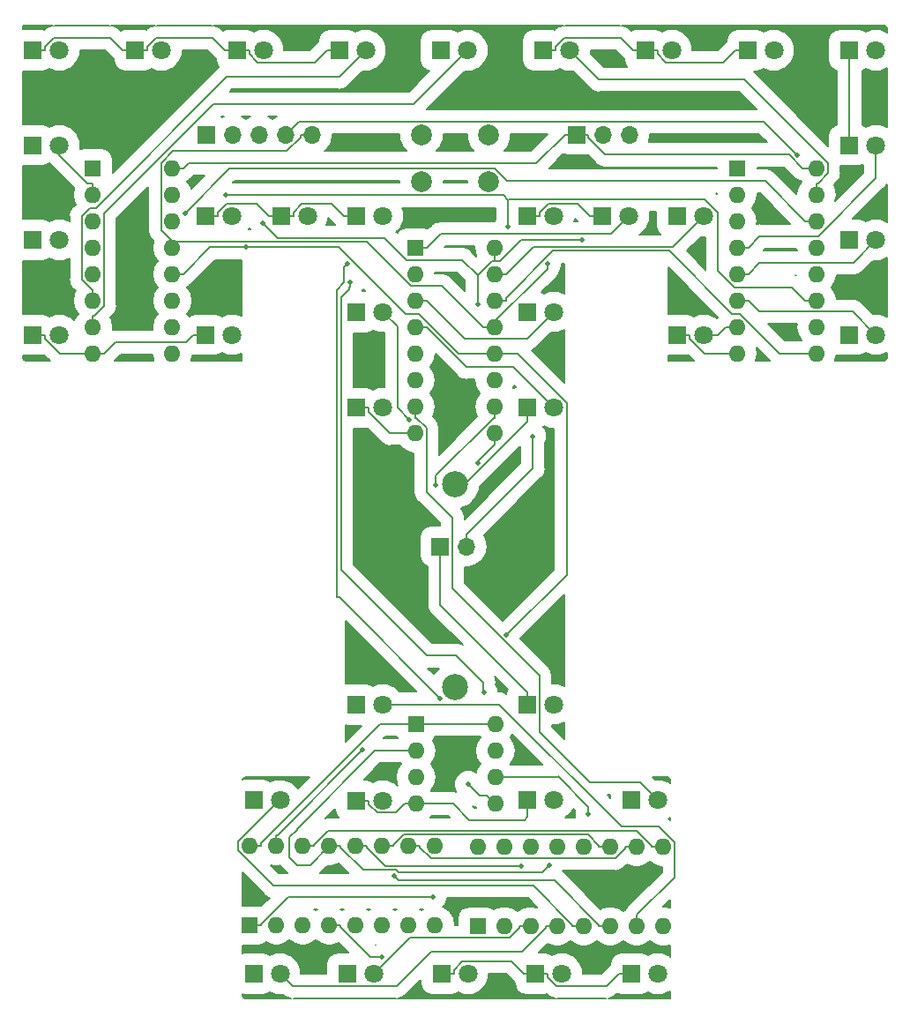
<source format=gbr>
G04 #@! TF.GenerationSoftware,KiCad,Pcbnew,(5.0.0)*
G04 #@! TF.CreationDate,2018-10-09T19:45:50-04:00*
G04 #@! TF.ProjectId,MiniTempleT,4D696E6954656D706C65542E6B696361,rev?*
G04 #@! TF.SameCoordinates,Original*
G04 #@! TF.FileFunction,Copper,L2,Bot,Signal*
G04 #@! TF.FilePolarity,Positive*
%FSLAX46Y46*%
G04 Gerber Fmt 4.6, Leading zero omitted, Abs format (unit mm)*
G04 Created by KiCad (PCBNEW (5.0.0)) date 10/09/18 19:45:50*
%MOMM*%
%LPD*%
G01*
G04 APERTURE LIST*
G04 #@! TA.AperFunction,ComponentPad*
%ADD10R,1.800000X1.800000*%
G04 #@! TD*
G04 #@! TA.AperFunction,ComponentPad*
%ADD11C,1.800000*%
G04 #@! TD*
G04 #@! TA.AperFunction,ComponentPad*
%ADD12R,1.700000X1.700000*%
G04 #@! TD*
G04 #@! TA.AperFunction,ComponentPad*
%ADD13O,1.700000X1.700000*%
G04 #@! TD*
G04 #@! TA.AperFunction,ComponentPad*
%ADD14R,1.600000X1.600000*%
G04 #@! TD*
G04 #@! TA.AperFunction,ComponentPad*
%ADD15O,1.600000X1.600000*%
G04 #@! TD*
G04 #@! TA.AperFunction,ComponentPad*
%ADD16C,2.000000*%
G04 #@! TD*
G04 #@! TA.AperFunction,ComponentPad*
%ADD17C,2.500000*%
G04 #@! TD*
G04 #@! TA.AperFunction,ViaPad*
%ADD18C,0.500000*%
G04 #@! TD*
G04 #@! TA.AperFunction,Conductor*
%ADD19C,0.200000*%
G04 #@! TD*
G04 #@! TA.AperFunction,NonConductor*
%ADD20C,0.200000*%
G04 #@! TD*
G04 APERTURE END LIST*
D10*
G04 #@! TO.P,D1,1*
G04 #@! TO.N,GND*
X130683000Y-85217000D03*
D11*
G04 #@! TO.P,D1,2*
G04 #@! TO.N,Net-(D1-Pad2)*
X133223000Y-85217000D03*
G04 #@! TD*
D10*
G04 #@! TO.P,D2,1*
G04 #@! TO.N,GND*
X130683000Y-76117000D03*
D11*
G04 #@! TO.P,D2,2*
G04 #@! TO.N,Net-(D2-Pad2)*
X133223000Y-76117000D03*
G04 #@! TD*
D10*
G04 #@! TO.P,D3,1*
G04 #@! TO.N,GND*
X130683000Y-67017000D03*
D11*
G04 #@! TO.P,D3,2*
G04 #@! TO.N,Net-(D3-Pad2)*
X133223000Y-67017000D03*
G04 #@! TD*
D10*
G04 #@! TO.P,D4,1*
G04 #@! TO.N,GND*
X130683000Y-57917000D03*
D11*
G04 #@! TO.P,D4,2*
G04 #@! TO.N,Net-(D4-Pad2)*
X133223000Y-57917000D03*
G04 #@! TD*
D10*
G04 #@! TO.P,D6,1*
G04 #@! TO.N,GND*
X150283000Y-57917000D03*
D11*
G04 #@! TO.P,D6,2*
G04 #@! TO.N,Net-(D6-Pad2)*
X152823000Y-57917000D03*
G04 #@! TD*
D10*
G04 #@! TO.P,D7,1*
G04 #@! TO.N,GND*
X160083000Y-57917000D03*
D11*
G04 #@! TO.P,D7,2*
G04 #@! TO.N,Net-(D7-Pad2)*
X162623000Y-57917000D03*
G04 #@! TD*
D10*
G04 #@! TO.P,D8,1*
G04 #@! TO.N,GND*
X169883000Y-57917000D03*
D11*
G04 #@! TO.P,D8,2*
G04 #@! TO.N,Net-(D8-Pad2)*
X172423000Y-57917000D03*
G04 #@! TD*
D10*
G04 #@! TO.P,D9,1*
G04 #@! TO.N,GND*
X179683000Y-57917000D03*
D11*
G04 #@! TO.P,D9,2*
G04 #@! TO.N,Net-(D9-Pad2)*
X182223000Y-57917000D03*
G04 #@! TD*
D10*
G04 #@! TO.P,D10,1*
G04 #@! TO.N,GND*
X189483000Y-57917000D03*
D11*
G04 #@! TO.P,D10,2*
G04 #@! TO.N,Net-(D10-Pad2)*
X192023000Y-57917000D03*
G04 #@! TD*
D10*
G04 #@! TO.P,D11,1*
G04 #@! TO.N,GND*
X199283000Y-57917000D03*
D11*
G04 #@! TO.P,D11,2*
G04 #@! TO.N,Net-(D11-Pad2)*
X201823000Y-57917000D03*
G04 #@! TD*
D10*
G04 #@! TO.P,D12,1*
G04 #@! TO.N,GND*
X209083000Y-57917000D03*
D11*
G04 #@! TO.P,D12,2*
G04 #@! TO.N,Net-(D12-Pad2)*
X211623000Y-57917000D03*
G04 #@! TD*
D10*
G04 #@! TO.P,D14,1*
G04 #@! TO.N,GND*
X209083000Y-76117000D03*
D11*
G04 #@! TO.P,D14,2*
G04 #@! TO.N,Net-(D14-Pad2)*
X211623000Y-76117000D03*
G04 #@! TD*
D10*
G04 #@! TO.P,D15,1*
G04 #@! TO.N,GND*
X209083000Y-85217000D03*
D11*
G04 #@! TO.P,D15,2*
G04 #@! TO.N,Net-(D15-Pad2)*
X211623000Y-85217000D03*
G04 #@! TD*
D10*
G04 #@! TO.P,D16,1*
G04 #@! TO.N,GND*
X192557000Y-85217000D03*
D11*
G04 #@! TO.P,D16,2*
G04 #@! TO.N,Net-(D16-Pad2)*
X195097000Y-85217000D03*
G04 #@! TD*
D10*
G04 #@! TO.P,D17,1*
G04 #@! TO.N,GND*
X192557000Y-73837800D03*
D11*
G04 #@! TO.P,D17,2*
G04 #@! TO.N,Net-(D17-Pad2)*
X195097000Y-73837800D03*
G04 #@! TD*
D10*
G04 #@! TO.P,D18,1*
G04 #@! TO.N,GND*
X185369000Y-73837800D03*
D11*
G04 #@! TO.P,D18,2*
G04 #@! TO.N,Net-(D18-Pad2)*
X187909000Y-73837800D03*
G04 #@! TD*
D10*
G04 #@! TO.P,D19,1*
G04 #@! TO.N,GND*
X178156000Y-73837800D03*
D11*
G04 #@! TO.P,D19,2*
G04 #@! TO.N,Net-(D19-Pad2)*
X180696000Y-73837800D03*
G04 #@! TD*
D10*
G04 #@! TO.P,D20,1*
G04 #@! TO.N,GND*
X178156000Y-83037800D03*
D11*
G04 #@! TO.P,D20,2*
G04 #@! TO.N,Net-(D20-Pad2)*
X180696000Y-83037800D03*
G04 #@! TD*
D10*
G04 #@! TO.P,D22,1*
G04 #@! TO.N,GND*
X178156000Y-120699000D03*
D11*
G04 #@! TO.P,D22,2*
G04 #@! TO.N,Net-(D22-Pad2)*
X180696000Y-120699000D03*
G04 #@! TD*
D10*
G04 #@! TO.P,D23,1*
G04 #@! TO.N,GND*
X178156000Y-129899000D03*
D11*
G04 #@! TO.P,D23,2*
G04 #@! TO.N,Net-(D23-Pad2)*
X180696000Y-129899000D03*
G04 #@! TD*
D10*
G04 #@! TO.P,D24,1*
G04 #@! TO.N,GND*
X188156000Y-129899000D03*
D11*
G04 #@! TO.P,D24,2*
G04 #@! TO.N,Net-(D24-Pad2)*
X190696000Y-129899000D03*
G04 #@! TD*
D10*
G04 #@! TO.P,D25,1*
G04 #@! TO.N,GND*
X188150000Y-146558000D03*
D11*
G04 #@! TO.P,D25,2*
G04 #@! TO.N,Net-(D25-Pad2)*
X190690000Y-146558000D03*
G04 #@! TD*
D10*
G04 #@! TO.P,D26,1*
G04 #@! TO.N,GND*
X178950000Y-146558000D03*
D11*
G04 #@! TO.P,D26,2*
G04 #@! TO.N,Net-(D26-Pad2)*
X181490000Y-146558000D03*
G04 #@! TD*
D10*
G04 #@! TO.P,D27,1*
G04 #@! TO.N,GND*
X169926000Y-146558000D03*
D11*
G04 #@! TO.P,D27,2*
G04 #@! TO.N,Net-(D27-Pad2)*
X172466000Y-146558000D03*
G04 #@! TD*
D10*
G04 #@! TO.P,D28,1*
G04 #@! TO.N,GND*
X160902000Y-146558000D03*
D11*
G04 #@! TO.P,D28,2*
G04 #@! TO.N,Net-(D28-Pad2)*
X163442000Y-146558000D03*
G04 #@! TD*
D10*
G04 #@! TO.P,D30,1*
G04 #@! TO.N,GND*
X151877000Y-129899000D03*
D11*
G04 #@! TO.P,D30,2*
G04 #@! TO.N,Net-(D30-Pad2)*
X154417000Y-129899000D03*
G04 #@! TD*
D10*
G04 #@! TO.P,D31,1*
G04 #@! TO.N,GND*
X161734000Y-129921000D03*
D11*
G04 #@! TO.P,D31,2*
G04 #@! TO.N,Net-(D31-Pad2)*
X164274000Y-129921000D03*
G04 #@! TD*
D10*
G04 #@! TO.P,D32,1*
G04 #@! TO.N,GND*
X161734000Y-120699000D03*
D11*
G04 #@! TO.P,D32,2*
G04 #@! TO.N,Net-(D32-Pad2)*
X164274000Y-120699000D03*
G04 #@! TD*
D12*
G04 #@! TO.P,POWER1,1*
G04 #@! TO.N,Master_Reset*
X182880000Y-66040000D03*
D13*
G04 #@! TO.P,POWER1,2*
G04 #@! TO.N,Net-(Battery1-Pad2)*
X185420000Y-66040000D03*
G04 #@! TO.P,POWER1,3*
G04 #@! TO.N,Net-(POWER1-Pad3)*
X187960000Y-66040000D03*
G04 #@! TD*
D14*
G04 #@! TO.P,Tiny85,1*
G04 #@! TO.N,Master_Reset*
X167450000Y-122618000D03*
D15*
G04 #@! TO.P,Tiny85,5*
G04 #@! TO.N,Serial_Data*
X175070000Y-130238000D03*
G04 #@! TO.P,Tiny85,2*
G04 #@! TO.N,Output_Enable*
X167450000Y-125158000D03*
G04 #@! TO.P,Tiny85,6*
G04 #@! TO.N,Serial_Clock*
X175070000Y-127698000D03*
G04 #@! TO.P,Tiny85,3*
G04 #@! TO.N,Net-(BTN1-Pad2)*
X167450000Y-127698000D03*
G04 #@! TO.P,Tiny85,7*
G04 #@! TO.N,Reg_Clock*
X175070000Y-125158000D03*
G04 #@! TO.P,Tiny85,4*
G04 #@! TO.N,GND*
X167450000Y-130238000D03*
G04 #@! TO.P,Tiny85,8*
G04 #@! TO.N,Master_Reset*
X175070000Y-122618000D03*
G04 #@! TD*
D10*
G04 #@! TO.P,D5,1*
G04 #@! TO.N,GND*
X140483000Y-57917000D03*
D11*
G04 #@! TO.P,D5,2*
G04 #@! TO.N,Net-(D5-Pad2)*
X143023000Y-57917000D03*
G04 #@! TD*
D10*
G04 #@! TO.P,D13,1*
G04 #@! TO.N,GND*
X209083000Y-67017000D03*
D11*
G04 #@! TO.P,D13,2*
G04 #@! TO.N,Net-(D13-Pad2)*
X211623000Y-67017000D03*
G04 #@! TD*
D10*
G04 #@! TO.P,D21,1*
G04 #@! TO.N,GND*
X178156000Y-92237800D03*
D11*
G04 #@! TO.P,D21,2*
G04 #@! TO.N,Net-(D21-Pad2)*
X180696000Y-92237800D03*
G04 #@! TD*
D10*
G04 #@! TO.P,D29,1*
G04 #@! TO.N,GND*
X151877000Y-146558000D03*
D11*
G04 #@! TO.P,D29,2*
G04 #@! TO.N,Net-(D29-Pad2)*
X154417000Y-146558000D03*
G04 #@! TD*
D10*
G04 #@! TO.P,D33,1*
G04 #@! TO.N,GND*
X161734000Y-92237800D03*
D11*
G04 #@! TO.P,D33,2*
G04 #@! TO.N,Net-(D33-Pad2)*
X164274000Y-92237800D03*
G04 #@! TD*
D10*
G04 #@! TO.P,D34,1*
G04 #@! TO.N,GND*
X161734000Y-83037800D03*
D11*
G04 #@! TO.P,D34,2*
G04 #@! TO.N,Net-(D34-Pad2)*
X164274000Y-83037800D03*
G04 #@! TD*
D10*
G04 #@! TO.P,D35,1*
G04 #@! TO.N,GND*
X161734000Y-73837800D03*
D11*
G04 #@! TO.P,D35,2*
G04 #@! TO.N,Net-(D35-Pad2)*
X164274000Y-73837800D03*
G04 #@! TD*
D10*
G04 #@! TO.P,D36,1*
G04 #@! TO.N,GND*
X154496000Y-73850500D03*
D11*
G04 #@! TO.P,D36,2*
G04 #@! TO.N,Net-(D36-Pad2)*
X157036000Y-73850500D03*
G04 #@! TD*
D10*
G04 #@! TO.P,D37,1*
G04 #@! TO.N,GND*
X147256000Y-73850500D03*
D11*
G04 #@! TO.P,D37,2*
G04 #@! TO.N,Net-(D37-Pad2)*
X149796000Y-73850500D03*
G04 #@! TD*
D10*
G04 #@! TO.P,D38,1*
G04 #@! TO.N,GND*
X147256000Y-85217000D03*
D11*
G04 #@! TO.P,D38,2*
G04 #@! TO.N,Net-(D38-Pad2)*
X149796000Y-85217000D03*
G04 #@! TD*
D16*
G04 #@! TO.P,BTN1,2*
G04 #@! TO.N,Net-(BTN1-Pad2)*
X167965000Y-70540000D03*
G04 #@! TO.P,BTN1,1*
G04 #@! TO.N,GND*
X167965000Y-66040000D03*
G04 #@! TO.P,BTN1,2*
G04 #@! TO.N,Net-(BTN1-Pad2)*
X174465000Y-70540000D03*
G04 #@! TO.P,BTN1,1*
G04 #@! TO.N,GND*
X174465000Y-66040000D03*
G04 #@! TD*
D17*
G04 #@! TO.P,Battery1,1*
G04 #@! TO.N,GND*
X171196000Y-99569000D03*
G04 #@! TO.P,Battery1,2*
G04 #@! TO.N,Net-(Battery1-Pad2)*
X171196000Y-119069000D03*
G04 #@! TD*
D12*
G04 #@! TO.P,Shift_IO1,1*
G04 #@! TO.N,Serial_Data*
X147320000Y-66040000D03*
D13*
G04 #@! TO.P,Shift_IO1,2*
G04 #@! TO.N,Serial_Clock*
X149860000Y-66040000D03*
G04 #@! TO.P,Shift_IO1,3*
G04 #@! TO.N,Master_Reset*
X152400000Y-66040000D03*
G04 #@! TO.P,Shift_IO1,4*
G04 #@! TO.N,Reg_Clock*
X154940000Y-66040000D03*
G04 #@! TO.P,Shift_IO1,5*
G04 #@! TO.N,Output_Enable*
X157480000Y-66040000D03*
G04 #@! TD*
D12*
G04 #@! TO.P,Power1,1*
G04 #@! TO.N,GND*
X169799000Y-105537000D03*
D13*
G04 #@! TO.P,Power1,2*
G04 #@! TO.N,Net-(Battery1-Pad2)*
X172339000Y-105537000D03*
G04 #@! TD*
D14*
G04 #@! TO.P,Shift2,1*
G04 #@! TO.N,Net-(D10-Pad2)*
X198298000Y-69215000D03*
D15*
G04 #@! TO.P,Shift2,9*
G04 #@! TO.N,Net-(Shift2-Pad9)*
X205918000Y-86995000D03*
G04 #@! TO.P,Shift2,2*
G04 #@! TO.N,Net-(D11-Pad2)*
X198298000Y-71755000D03*
G04 #@! TO.P,Shift2,10*
G04 #@! TO.N,Master_Reset*
X205918000Y-84455000D03*
G04 #@! TO.P,Shift2,3*
G04 #@! TO.N,Net-(D12-Pad2)*
X198298000Y-74295000D03*
G04 #@! TO.P,Shift2,11*
G04 #@! TO.N,Serial_Clock*
X205918000Y-81915000D03*
G04 #@! TO.P,Shift2,4*
G04 #@! TO.N,Net-(D13-Pad2)*
X198298000Y-76835000D03*
G04 #@! TO.P,Shift2,12*
G04 #@! TO.N,Reg_Clock*
X205918000Y-79375000D03*
G04 #@! TO.P,Shift2,5*
G04 #@! TO.N,Net-(D14-Pad2)*
X198298000Y-79375000D03*
G04 #@! TO.P,Shift2,13*
G04 #@! TO.N,Output_Enable*
X205918000Y-76835000D03*
G04 #@! TO.P,Shift2,6*
G04 #@! TO.N,Net-(D15-Pad2)*
X198298000Y-81915000D03*
G04 #@! TO.P,Shift2,14*
G04 #@! TO.N,Net-(Shift1-Pad9)*
X205918000Y-74295000D03*
G04 #@! TO.P,Shift2,7*
G04 #@! TO.N,Net-(D16-Pad2)*
X198298000Y-84455000D03*
G04 #@! TO.P,Shift2,15*
G04 #@! TO.N,Net-(D9-Pad2)*
X205918000Y-71755000D03*
G04 #@! TO.P,Shift2,8*
G04 #@! TO.N,GND*
X198298000Y-86995000D03*
G04 #@! TO.P,Shift2,16*
G04 #@! TO.N,Master_Reset*
X205918000Y-69215000D03*
G04 #@! TD*
D14*
G04 #@! TO.P,Shift3,1*
G04 #@! TO.N,Net-(D18-Pad2)*
X167386000Y-76885800D03*
D15*
G04 #@! TO.P,Shift3,9*
G04 #@! TO.N,Net-(Shift3-Pad9)*
X175006000Y-94665800D03*
G04 #@! TO.P,Shift3,2*
G04 #@! TO.N,Net-(D19-Pad2)*
X167386000Y-79425800D03*
G04 #@! TO.P,Shift3,10*
G04 #@! TO.N,Master_Reset*
X175006000Y-92125800D03*
G04 #@! TO.P,Shift3,3*
G04 #@! TO.N,Net-(D20-Pad2)*
X167386000Y-81965800D03*
G04 #@! TO.P,Shift3,11*
G04 #@! TO.N,Serial_Clock*
X175006000Y-89585800D03*
G04 #@! TO.P,Shift3,4*
G04 #@! TO.N,Net-(D21-Pad2)*
X167386000Y-84505800D03*
G04 #@! TO.P,Shift3,12*
G04 #@! TO.N,Reg_Clock*
X175006000Y-87045800D03*
G04 #@! TO.P,Shift3,5*
G04 #@! TO.N,Net-(D22-Pad2)*
X167386000Y-87045800D03*
G04 #@! TO.P,Shift3,13*
G04 #@! TO.N,Output_Enable*
X175006000Y-84505800D03*
G04 #@! TO.P,Shift3,6*
G04 #@! TO.N,Net-(D23-Pad2)*
X167386000Y-89585800D03*
G04 #@! TO.P,Shift3,14*
G04 #@! TO.N,Net-(Shift2-Pad9)*
X175006000Y-81965800D03*
G04 #@! TO.P,Shift3,7*
G04 #@! TO.N,Net-(D24-Pad2)*
X167386000Y-92125800D03*
G04 #@! TO.P,Shift3,15*
G04 #@! TO.N,Net-(D17-Pad2)*
X175006000Y-79425800D03*
G04 #@! TO.P,Shift3,8*
G04 #@! TO.N,GND*
X167386000Y-94665800D03*
G04 #@! TO.P,Shift3,16*
G04 #@! TO.N,Master_Reset*
X175006000Y-76885800D03*
G04 #@! TD*
D14*
G04 #@! TO.P,Shift1,1*
G04 #@! TO.N,Net-(D2-Pad2)*
X136449000Y-69215000D03*
D15*
G04 #@! TO.P,Shift1,9*
G04 #@! TO.N,Net-(Shift1-Pad9)*
X144069000Y-86995000D03*
G04 #@! TO.P,Shift1,2*
G04 #@! TO.N,Net-(D3-Pad2)*
X136449000Y-71755000D03*
G04 #@! TO.P,Shift1,10*
G04 #@! TO.N,Master_Reset*
X144069000Y-84455000D03*
G04 #@! TO.P,Shift1,3*
G04 #@! TO.N,Net-(D4-Pad2)*
X136449000Y-74295000D03*
G04 #@! TO.P,Shift1,11*
G04 #@! TO.N,Serial_Clock*
X144069000Y-81915000D03*
G04 #@! TO.P,Shift1,4*
G04 #@! TO.N,Net-(D5-Pad2)*
X136449000Y-76835000D03*
G04 #@! TO.P,Shift1,12*
G04 #@! TO.N,Reg_Clock*
X144069000Y-79375000D03*
G04 #@! TO.P,Shift1,5*
G04 #@! TO.N,Net-(D6-Pad2)*
X136449000Y-79375000D03*
G04 #@! TO.P,Shift1,13*
G04 #@! TO.N,Output_Enable*
X144069000Y-76835000D03*
G04 #@! TO.P,Shift1,6*
G04 #@! TO.N,Net-(D7-Pad2)*
X136449000Y-81915000D03*
G04 #@! TO.P,Shift1,14*
G04 #@! TO.N,Serial_Data*
X144069000Y-74295000D03*
G04 #@! TO.P,Shift1,7*
G04 #@! TO.N,Net-(D8-Pad2)*
X136449000Y-84455000D03*
G04 #@! TO.P,Shift1,15*
G04 #@! TO.N,Net-(D1-Pad2)*
X144069000Y-71755000D03*
G04 #@! TO.P,Shift1,8*
G04 #@! TO.N,GND*
X136449000Y-86995000D03*
G04 #@! TO.P,Shift1,16*
G04 #@! TO.N,Master_Reset*
X144069000Y-69215000D03*
G04 #@! TD*
D14*
G04 #@! TO.P,Shift4,1*
G04 #@! TO.N,Net-(D26-Pad2)*
X173418000Y-142002000D03*
D15*
G04 #@! TO.P,Shift4,9*
G04 #@! TO.N,Net-(Shift4-Pad9)*
X191198000Y-134382000D03*
G04 #@! TO.P,Shift4,2*
G04 #@! TO.N,Net-(D27-Pad2)*
X175958000Y-142002000D03*
G04 #@! TO.P,Shift4,10*
G04 #@! TO.N,Master_Reset*
X188658000Y-134382000D03*
G04 #@! TO.P,Shift4,3*
G04 #@! TO.N,Net-(D28-Pad2)*
X178498000Y-142002000D03*
G04 #@! TO.P,Shift4,11*
G04 #@! TO.N,Serial_Clock*
X186118000Y-134382000D03*
G04 #@! TO.P,Shift4,4*
G04 #@! TO.N,Net-(D29-Pad2)*
X181038000Y-142002000D03*
G04 #@! TO.P,Shift4,12*
G04 #@! TO.N,Reg_Clock*
X183578000Y-134382000D03*
G04 #@! TO.P,Shift4,5*
G04 #@! TO.N,Net-(D30-Pad2)*
X183578000Y-142002000D03*
G04 #@! TO.P,Shift4,13*
G04 #@! TO.N,Output_Enable*
X181038000Y-134382000D03*
G04 #@! TO.P,Shift4,6*
G04 #@! TO.N,Net-(D31-Pad2)*
X186118000Y-142002000D03*
G04 #@! TO.P,Shift4,14*
G04 #@! TO.N,Net-(Shift3-Pad9)*
X178498000Y-134382000D03*
G04 #@! TO.P,Shift4,7*
G04 #@! TO.N,Net-(D32-Pad2)*
X188658000Y-142002000D03*
G04 #@! TO.P,Shift4,15*
G04 #@! TO.N,Net-(D25-Pad2)*
X175958000Y-134382000D03*
G04 #@! TO.P,Shift4,8*
G04 #@! TO.N,GND*
X191198000Y-142002000D03*
G04 #@! TO.P,Shift4,16*
G04 #@! TO.N,Master_Reset*
X173418000Y-134382000D03*
G04 #@! TD*
D14*
G04 #@! TO.P,Shift5,1*
G04 #@! TO.N,Net-(D34-Pad2)*
X151511000Y-141922000D03*
D15*
G04 #@! TO.P,Shift5,9*
G04 #@! TO.N,Net-(Shift5-Pad9)*
X169291000Y-134302000D03*
G04 #@! TO.P,Shift5,2*
G04 #@! TO.N,Net-(D35-Pad2)*
X154051000Y-141922000D03*
G04 #@! TO.P,Shift5,10*
G04 #@! TO.N,Master_Reset*
X166751000Y-134302000D03*
G04 #@! TO.P,Shift5,3*
G04 #@! TO.N,Net-(D36-Pad2)*
X156591000Y-141922000D03*
G04 #@! TO.P,Shift5,11*
G04 #@! TO.N,Serial_Clock*
X164211000Y-134302000D03*
G04 #@! TO.P,Shift5,4*
G04 #@! TO.N,Net-(D37-Pad2)*
X159131000Y-141922000D03*
G04 #@! TO.P,Shift5,12*
G04 #@! TO.N,Reg_Clock*
X161671000Y-134302000D03*
G04 #@! TO.P,Shift5,5*
G04 #@! TO.N,Net-(D38-Pad2)*
X161671000Y-141922000D03*
G04 #@! TO.P,Shift5,13*
G04 #@! TO.N,Output_Enable*
X159131000Y-134302000D03*
G04 #@! TO.P,Shift5,6*
G04 #@! TO.N,Net-(Shift5-Pad6)*
X164211000Y-141922000D03*
G04 #@! TO.P,Shift5,14*
G04 #@! TO.N,Net-(Shift4-Pad9)*
X156591000Y-134302000D03*
G04 #@! TO.P,Shift5,7*
G04 #@! TO.N,Net-(Shift5-Pad7)*
X166751000Y-141922000D03*
G04 #@! TO.P,Shift5,15*
G04 #@! TO.N,Net-(D33-Pad2)*
X154051000Y-134302000D03*
G04 #@! TO.P,Shift5,8*
G04 #@! TO.N,GND*
X169291000Y-141922000D03*
G04 #@! TO.P,Shift5,16*
G04 #@! TO.N,Master_Reset*
X151511000Y-134302000D03*
G04 #@! TD*
D18*
G04 #@! TO.N,Net-(D31-Pad2)*
X165346900Y-137121000D03*
G04 #@! TO.N,Net-(Shift1-Pad9)*
X145274800Y-73541400D03*
G04 #@! TO.N,Serial_Clock*
X149199700Y-71827500D03*
X176281600Y-74809400D03*
X184032700Y-131216400D03*
G04 #@! TO.N,Reg_Clock*
X151171200Y-76819800D03*
X177581100Y-136216000D03*
X176158100Y-114015600D03*
X204081800Y-67980400D03*
G04 #@! TO.N,Output_Enable*
X180242300Y-136135800D03*
X180099800Y-78411200D03*
G04 #@! TO.N,Net-(Shift3-Pad9)*
X173383300Y-97571700D03*
G04 #@! TO.N,Net-(D33-Pad2)*
X162339500Y-125040200D03*
G04 #@! TO.N,Net-(D34-Pad2)*
X169107100Y-139171400D03*
X166845700Y-93393600D03*
G04 #@! TO.N,Net-(D37-Pad2)*
X164170500Y-144965200D03*
X169801600Y-120107500D03*
X160876800Y-78402200D03*
G04 #@! TO.N,Net-(Battery1-Pad2)*
X178676400Y-94956900D03*
G04 #@! TO.N,Serial_Data*
X161163000Y-80213200D03*
X173964600Y-119507000D03*
X172491400Y-128371600D03*
G04 #@! TO.N,Master_Reset*
X152783200Y-74467000D03*
X183418500Y-76130700D03*
X173378500Y-82286200D03*
X169350600Y-99679300D03*
G04 #@! TD*
D19*
G04 #@! TO.N,Net-(D3-Pad2)*
X133223000Y-67988900D02*
X133223000Y-67017000D01*
X135908800Y-70674700D02*
X133223000Y-67988900D01*
X136449000Y-70674700D02*
X135908800Y-70674700D01*
X136449000Y-71755000D02*
X136449000Y-70674700D01*
G04 #@! TO.N,Net-(D7-Pad2)*
X160079100Y-60460900D02*
X162623000Y-57917000D01*
X149316800Y-60460900D02*
X160079100Y-60460900D01*
X136752700Y-73025000D02*
X149316800Y-60460900D01*
X136159200Y-73025000D02*
X136752700Y-73025000D01*
X135367000Y-73817200D02*
X136159200Y-73025000D01*
X135367000Y-79887700D02*
X135367000Y-73817200D01*
X136314000Y-80834700D02*
X135367000Y-79887700D01*
X136449000Y-80834700D02*
X136314000Y-80834700D01*
X136449000Y-81915000D02*
X136449000Y-80834700D01*
G04 #@! TO.N,Net-(D8-Pad2)*
X167261400Y-63078600D02*
X172423000Y-57917000D01*
X148040200Y-63078600D02*
X167261400Y-63078600D01*
X137529300Y-73589500D02*
X148040200Y-63078600D01*
X137529300Y-82429600D02*
X137529300Y-73589500D01*
X136584200Y-83374700D02*
X137529300Y-82429600D01*
X136449000Y-83374700D02*
X136584200Y-83374700D01*
X136449000Y-84455000D02*
X136449000Y-83374700D01*
G04 #@! TO.N,Net-(D9-Pad2)*
X185026800Y-60720800D02*
X182223000Y-57917000D01*
X198978800Y-60720800D02*
X185026800Y-60720800D01*
X207036400Y-68778400D02*
X198978800Y-60720800D01*
X207036400Y-69691300D02*
X207036400Y-68778400D01*
X206053000Y-70674700D02*
X207036400Y-69691300D01*
X205918000Y-70674700D02*
X206053000Y-70674700D01*
X205918000Y-71755000D02*
X205918000Y-70674700D01*
G04 #@! TO.N,Net-(D13-Pad2)*
X211623000Y-70207400D02*
X211623000Y-67017000D01*
X206075700Y-75754700D02*
X211623000Y-70207400D01*
X200458600Y-75754700D02*
X206075700Y-75754700D01*
X199378300Y-76835000D02*
X200458600Y-75754700D01*
X198298000Y-76835000D02*
X199378300Y-76835000D01*
G04 #@! TO.N,Net-(D14-Pad2)*
X209445300Y-78294700D02*
X211623000Y-76117000D01*
X200458600Y-78294700D02*
X209445300Y-78294700D01*
X199378300Y-79375000D02*
X200458600Y-78294700D01*
X198298000Y-79375000D02*
X199378300Y-79375000D01*
G04 #@! TO.N,Net-(D15-Pad2)*
X209401300Y-82995300D02*
X211623000Y-85217000D01*
X200458600Y-82995300D02*
X209401300Y-82995300D01*
X199378300Y-81915000D02*
X200458600Y-82995300D01*
X198298000Y-81915000D02*
X199378300Y-81915000D01*
G04 #@! TO.N,Net-(D16-Pad2)*
X196455700Y-85217000D02*
X195097000Y-85217000D01*
X197217700Y-84455000D02*
X196455700Y-85217000D01*
X198298000Y-84455000D02*
X197217700Y-84455000D01*
G04 #@! TO.N,Net-(D17-Pad2)*
X192147300Y-76787500D02*
X195097000Y-73837800D01*
X178724600Y-76787500D02*
X192147300Y-76787500D01*
X176086300Y-79425800D02*
X178724600Y-76787500D01*
X175006000Y-79425800D02*
X176086300Y-79425800D01*
G04 #@! TO.N,Net-(D18-Pad2)*
X186217100Y-75529700D02*
X187909000Y-73837800D01*
X169822400Y-75529700D02*
X186217100Y-75529700D01*
X168466300Y-76885800D02*
X169822400Y-75529700D01*
X167386000Y-76885800D02*
X168466300Y-76885800D01*
G04 #@! TO.N,Net-(D20-Pad2)*
X178135800Y-85598000D02*
X180696000Y-83037800D01*
X172098500Y-85598000D02*
X178135800Y-85598000D01*
X168466300Y-81965800D02*
X172098500Y-85598000D01*
X167386000Y-81965800D02*
X168466300Y-81965800D01*
G04 #@! TO.N,Net-(D21-Pad2)*
X176774000Y-88315800D02*
X180696000Y-92237800D01*
X172276300Y-88315800D02*
X176774000Y-88315800D01*
X168466300Y-84505800D02*
X172276300Y-88315800D01*
X167386000Y-84505800D02*
X168466300Y-84505800D01*
G04 #@! TO.N,Net-(D24-Pad2)*
X167386000Y-92125800D02*
X167386000Y-93206100D01*
X188962000Y-128165000D02*
X190696000Y-129899000D01*
X184138600Y-128165000D02*
X188962000Y-128165000D01*
X179336400Y-123362800D02*
X184138600Y-128165000D01*
X179336400Y-117943700D02*
X179336400Y-123362800D01*
X170934500Y-109541800D02*
X179336400Y-117943700D01*
X170934500Y-102758100D02*
X170934500Y-109541800D01*
X168466300Y-100289900D02*
X170934500Y-102758100D01*
X168466300Y-94151200D02*
X168466300Y-100289900D01*
X167521200Y-93206100D02*
X168466300Y-94151200D01*
X167386000Y-93206100D02*
X167521200Y-93206100D01*
G04 #@! TO.N,Net-(D28-Pad2)*
X166917700Y-143082300D02*
X163442000Y-146558000D01*
X176472600Y-143082300D02*
X166917700Y-143082300D01*
X177417700Y-142137200D02*
X176472600Y-143082300D01*
X177417700Y-142002000D02*
X177417700Y-142137200D01*
X178498000Y-142002000D02*
X177417700Y-142002000D01*
G04 #@! TO.N,Net-(D29-Pad2)*
X155597400Y-147738400D02*
X154417000Y-146558000D01*
X165610100Y-147738400D02*
X155597400Y-147738400D01*
X168928400Y-144420100D02*
X165610100Y-147738400D01*
X177674600Y-144420100D02*
X168928400Y-144420100D01*
X179957700Y-142137000D02*
X177674600Y-144420100D01*
X179957700Y-142002000D02*
X179957700Y-142137000D01*
X181038000Y-142002000D02*
X179957700Y-142002000D01*
G04 #@! TO.N,Net-(D30-Pad2)*
X154359800Y-129899000D02*
X154417000Y-129899000D01*
X150392200Y-133866600D02*
X154359800Y-129899000D01*
X150392200Y-134712400D02*
X150392200Y-133866600D01*
X153791800Y-138112000D02*
X150392200Y-134712400D01*
X178742700Y-138112000D02*
X153791800Y-138112000D01*
X182497700Y-141867000D02*
X178742700Y-138112000D01*
X182497700Y-142002000D02*
X182497700Y-141867000D01*
X183578000Y-142002000D02*
X182497700Y-142002000D01*
G04 #@! TO.N,Net-(D31-Pad2)*
X165803900Y-137578000D02*
X165346900Y-137121000D01*
X180748700Y-137578000D02*
X165803900Y-137578000D01*
X185037700Y-141867000D02*
X180748700Y-137578000D01*
X185037700Y-142002000D02*
X185037700Y-141867000D01*
X186118000Y-142002000D02*
X185037700Y-142002000D01*
G04 #@! TO.N,Net-(D32-Pad2)*
X175468700Y-120699000D02*
X164274000Y-120699000D01*
X187194900Y-132425200D02*
X175468700Y-120699000D01*
X190788400Y-132425200D02*
X187194900Y-132425200D01*
X192279700Y-133916500D02*
X190788400Y-132425200D01*
X192279700Y-137300000D02*
X192279700Y-133916500D01*
X188658000Y-140921700D02*
X192279700Y-137300000D01*
X188658000Y-142002000D02*
X188658000Y-140921700D01*
G04 #@! TO.N,Net-(Shift1-Pad9)*
X205918000Y-74295000D02*
X204837700Y-74295000D01*
X149556500Y-69259700D02*
X145274800Y-73541400D01*
X174995400Y-69259700D02*
X149556500Y-69259700D01*
X176173600Y-70437900D02*
X174995400Y-69259700D01*
X200980600Y-70437900D02*
X176173600Y-70437900D01*
X204837700Y-74295000D02*
X200980600Y-70437900D01*
G04 #@! TO.N,Serial_Clock*
X185037700Y-134270100D02*
X185037700Y-134382000D01*
X183953600Y-133186000D02*
X185037700Y-134270100D01*
X166272300Y-133186000D02*
X183953600Y-133186000D01*
X165291300Y-134167000D02*
X166272300Y-133186000D01*
X165291300Y-134302000D02*
X165291300Y-134167000D01*
X164211000Y-134302000D02*
X165291300Y-134302000D01*
X186118000Y-134382000D02*
X185037700Y-134382000D01*
X176281600Y-74809400D02*
X176281600Y-72277300D01*
X175831800Y-71827500D02*
X149199700Y-71827500D01*
X176281600Y-72277300D02*
X175831800Y-71827500D01*
X203578100Y-80655400D02*
X204837700Y-81915000D01*
X198050600Y-80655400D02*
X203578100Y-80655400D01*
X196453900Y-79058700D02*
X198050600Y-80655400D01*
X196453900Y-73518600D02*
X196453900Y-79058700D01*
X195150200Y-72214900D02*
X196453900Y-73518600D01*
X176344000Y-72214900D02*
X195150200Y-72214900D01*
X176281600Y-72277300D02*
X176344000Y-72214900D01*
X205918000Y-81915000D02*
X204837700Y-81915000D01*
X184032700Y-131216400D02*
X184032700Y-130514900D01*
X184032700Y-130514900D02*
X181102000Y-127584200D01*
X180988200Y-127698000D02*
X175070000Y-127698000D01*
X181102000Y-127584200D02*
X180988200Y-127698000D01*
G04 #@! TO.N,Reg_Clock*
X161671000Y-134302000D02*
X162751300Y-134302000D01*
X147704500Y-76819800D02*
X151171200Y-76819800D01*
X145149300Y-79375000D02*
X147704500Y-76819800D01*
X144069000Y-79375000D02*
X145149300Y-79375000D01*
X160044400Y-76819800D02*
X151171200Y-76819800D01*
X166460400Y-83235800D02*
X160044400Y-76819800D01*
X167735900Y-83235800D02*
X166460400Y-83235800D01*
X171545900Y-87045800D02*
X167735900Y-83235800D01*
X175006000Y-87045800D02*
X171545900Y-87045800D01*
X162751300Y-134413900D02*
X162751300Y-134302000D01*
X164547800Y-136210400D02*
X162751300Y-134413900D01*
X177575500Y-136210400D02*
X164547800Y-136210400D01*
X177581100Y-136216000D02*
X177575500Y-136210400D01*
X181927400Y-108246300D02*
X176158100Y-114015600D01*
X181927400Y-91765000D02*
X181927400Y-108246300D01*
X177208200Y-87045800D02*
X181927400Y-91765000D01*
X175006000Y-87045800D02*
X177208200Y-87045800D01*
X200861000Y-64759600D02*
X204081800Y-67980400D01*
X156220400Y-64759600D02*
X200861000Y-64759600D01*
X154940000Y-66040000D02*
X156220400Y-64759600D01*
G04 #@! TO.N,Output_Enable*
X144069000Y-76835000D02*
X144069000Y-76294800D01*
X157480000Y-66040000D02*
X156349700Y-66040000D01*
X156349700Y-66274200D02*
X156349700Y-66040000D01*
X155064600Y-67559300D02*
X156349700Y-66274200D01*
X144145700Y-67559300D02*
X155064600Y-67559300D01*
X142981000Y-68724000D02*
X144145700Y-67559300D01*
X142981000Y-75196200D02*
X142981000Y-68724000D01*
X144074300Y-76289500D02*
X142981000Y-75196200D01*
X144074300Y-76289500D02*
X144069000Y-76294800D01*
X169936000Y-80516100D02*
X173925700Y-84505800D01*
X166948500Y-80516100D02*
X169936000Y-80516100D01*
X162721900Y-76289500D02*
X166948500Y-80516100D01*
X144074300Y-76289500D02*
X162721900Y-76289500D01*
X159131000Y-134302000D02*
X160211300Y-134302000D01*
X160211300Y-134437000D02*
X160211300Y-134302000D01*
X162365000Y-136590700D02*
X160211300Y-134437000D01*
X165566600Y-136590700D02*
X162365000Y-136590700D01*
X165750900Y-136775000D02*
X165566600Y-136590700D01*
X179603100Y-136775000D02*
X165750900Y-136775000D01*
X180242300Y-136135800D02*
X179603100Y-136775000D01*
X175006000Y-84505800D02*
X174465900Y-84505800D01*
X174465900Y-84505800D02*
X173925700Y-84505800D01*
X180099800Y-78871900D02*
X180099800Y-78411200D01*
X174465900Y-84505800D02*
X180099800Y-78871900D01*
X159131000Y-134302000D02*
X157314400Y-136118600D01*
X157314400Y-136118600D02*
X156032200Y-136118600D01*
X156032200Y-136118600D02*
X155295600Y-135382000D01*
X155295600Y-135382000D02*
X155295600Y-133451600D01*
X155295600Y-133451600D02*
X156032200Y-132715000D01*
X156032200Y-132715000D02*
X156032200Y-132664200D01*
X163538400Y-125158000D02*
X167450000Y-125158000D01*
X156032200Y-132664200D02*
X163538400Y-125158000D01*
G04 #@! TO.N,Master_Reset*
X205918000Y-69215000D02*
X204837700Y-69215000D01*
X182880000Y-66040000D02*
X184010300Y-66040000D01*
X175070000Y-122618000D02*
X173989700Y-122618000D01*
X167450000Y-122618000D02*
X168530300Y-122618000D01*
X173989700Y-122618000D02*
X168530300Y-122618000D01*
X179022500Y-68767200D02*
X181749700Y-66040000D01*
X145597100Y-68767200D02*
X179022500Y-68767200D01*
X145149300Y-69215000D02*
X145597100Y-68767200D01*
X144069000Y-69215000D02*
X145149300Y-69215000D01*
X182880000Y-66040000D02*
X181749700Y-66040000D01*
X151511000Y-134302000D02*
X152591300Y-134302000D01*
X204566500Y-69215000D02*
X204837700Y-69215000D01*
X203288300Y-67936800D02*
X204566500Y-69215000D01*
X185624400Y-67936800D02*
X203288300Y-67936800D01*
X184010300Y-66322700D02*
X185624400Y-67936800D01*
X184010300Y-66040000D02*
X184010300Y-66322700D01*
X152591300Y-134038500D02*
X152591300Y-134302000D01*
X164011800Y-122618000D02*
X152591300Y-134038500D01*
X167450000Y-122618000D02*
X164011800Y-122618000D01*
G04 #@! TO.N,Net-(Shift2-Pad9)*
X202386700Y-86995000D02*
X205918000Y-86995000D01*
X198576700Y-83185000D02*
X202386700Y-86995000D01*
X197787800Y-83185000D02*
X198576700Y-83185000D01*
X191770700Y-77167900D02*
X197787800Y-83185000D01*
X180580400Y-77167900D02*
X191770700Y-77167900D01*
X176086300Y-81662000D02*
X180580400Y-77167900D01*
X176086300Y-81965800D02*
X176086300Y-81662000D01*
X175006000Y-81965800D02*
X176086300Y-81965800D01*
G04 #@! TO.N,Net-(Shift3-Pad9)*
X173383300Y-97368800D02*
X173383300Y-97571700D01*
X175006000Y-95746100D02*
X173383300Y-97368800D01*
X175006000Y-94665800D02*
X175006000Y-95746100D01*
G04 #@! TO.N,Net-(Shift4-Pad9)*
X157671300Y-134190100D02*
X157671300Y-134302000D01*
X159055800Y-132805600D02*
X157671300Y-134190100D01*
X188676300Y-132805600D02*
X159055800Y-132805600D01*
X190117700Y-134247000D02*
X188676300Y-132805600D01*
X190117700Y-134382000D02*
X190117700Y-134247000D01*
X191198000Y-134382000D02*
X190117700Y-134382000D01*
X156591000Y-134302000D02*
X157671300Y-134302000D01*
G04 #@! TO.N,Net-(D33-Pad2)*
X154158000Y-133221700D02*
X162339500Y-125040200D01*
X154051000Y-133221700D02*
X154158000Y-133221700D01*
X154051000Y-134302000D02*
X154051000Y-133221700D01*
G04 #@! TO.N,Net-(D34-Pad2)*
X155206900Y-139171400D02*
X169107100Y-139171400D01*
X152591300Y-141787000D02*
X155206900Y-139171400D01*
X152591300Y-141922000D02*
X152591300Y-141787000D01*
X165674200Y-84438000D02*
X164274000Y-83037800D01*
X165674200Y-92222100D02*
X165674200Y-84438000D01*
X166845700Y-93393600D02*
X165674200Y-92222100D01*
X151511000Y-141922000D02*
X152591300Y-141922000D01*
G04 #@! TO.N,Net-(D37-Pad2)*
X163119500Y-144965200D02*
X164170500Y-144965200D01*
X160211300Y-142057000D02*
X163119500Y-144965200D01*
X160211300Y-141922000D02*
X160211300Y-142057000D01*
X159131000Y-141922000D02*
X160211300Y-141922000D01*
X160553600Y-110859500D02*
X169801600Y-120107500D01*
X160133890Y-110439790D02*
X160553600Y-110859500D01*
X160553600Y-78725400D02*
X160553600Y-80213000D01*
X160876800Y-78402200D02*
X160553600Y-78725400D01*
X160553600Y-80213000D02*
X159867600Y-80899000D01*
X159867600Y-80899000D02*
X159867600Y-110439200D01*
X159867600Y-110439200D02*
X159867010Y-110439790D01*
X159867010Y-110439790D02*
X160133890Y-110439790D01*
G04 #@! TO.N,Net-(Battery1-Pad2)*
X178676400Y-98069300D02*
X178676400Y-94956900D01*
X172339000Y-104406700D02*
X178676400Y-98069300D01*
X172339000Y-105537000D02*
X172339000Y-104406700D01*
G04 #@! TO.N,GND*
X193737300Y-85585800D02*
X193737300Y-85217000D01*
X195146500Y-86995000D02*
X193737300Y-85585800D01*
X198298000Y-86995000D02*
X195146500Y-86995000D01*
X192557000Y-85217000D02*
X193737300Y-85217000D01*
X162914300Y-130289900D02*
X162914300Y-129921000D01*
X163725700Y-131101300D02*
X162914300Y-130289900D01*
X165506400Y-131101300D02*
X163725700Y-131101300D01*
X166369700Y-130238000D02*
X165506400Y-131101300D01*
X161734000Y-129921000D02*
X162914300Y-129921000D01*
X147922400Y-56736700D02*
X149102700Y-57917000D01*
X142474800Y-56736700D02*
X147922400Y-56736700D01*
X141663300Y-57548200D02*
X142474800Y-56736700D01*
X141663300Y-57917000D02*
X141663300Y-57548200D01*
X150283000Y-57917000D02*
X149102700Y-57917000D01*
X166909900Y-130238000D02*
X166369700Y-130238000D01*
X166909900Y-130238000D02*
X167450000Y-130238000D01*
X190663300Y-58285900D02*
X190663300Y-57917000D01*
X191474700Y-59097300D02*
X190663300Y-58285900D01*
X196922400Y-59097300D02*
X191474700Y-59097300D01*
X198102700Y-57917000D02*
X196922400Y-59097300D01*
X199283000Y-57917000D02*
X198102700Y-57917000D01*
X190053000Y-57917000D02*
X190663300Y-57917000D01*
X190053000Y-57917000D02*
X189483000Y-57917000D01*
X151463300Y-58285900D02*
X151463300Y-57917000D01*
X152274700Y-59097300D02*
X151463300Y-58285900D01*
X157722400Y-59097300D02*
X152274700Y-59097300D01*
X158902700Y-57917000D02*
X157722400Y-59097300D01*
X160083000Y-57917000D02*
X158902700Y-57917000D01*
X150283000Y-57917000D02*
X151463300Y-57917000D01*
X141053000Y-57917000D02*
X141663300Y-57917000D01*
X141053000Y-57917000D02*
X140483000Y-57917000D01*
X131863300Y-57548100D02*
X131863300Y-57917000D01*
X132674700Y-56736700D02*
X131863300Y-57548100D01*
X138122400Y-56736700D02*
X132674700Y-56736700D01*
X139302700Y-57917000D02*
X138122400Y-56736700D01*
X140483000Y-57917000D02*
X139302700Y-57917000D01*
X130683000Y-57917000D02*
X131863300Y-57917000D01*
X130683000Y-85217000D02*
X131863300Y-85217000D01*
X147256000Y-85217000D02*
X146075700Y-85217000D01*
X131863300Y-85585800D02*
X131863300Y-85217000D01*
X133272500Y-86995000D02*
X131863300Y-85585800D01*
X136449000Y-86995000D02*
X133272500Y-86995000D01*
X145378000Y-85914700D02*
X146075700Y-85217000D01*
X138609600Y-85914700D02*
X145378000Y-85914700D01*
X137529300Y-86995000D02*
X138609600Y-85914700D01*
X136449000Y-86995000D02*
X137529300Y-86995000D01*
X155676300Y-73481600D02*
X155676300Y-73850500D01*
X156487700Y-72670200D02*
X155676300Y-73481600D01*
X159386100Y-72670200D02*
X156487700Y-72670200D01*
X160553700Y-73837800D02*
X159386100Y-72670200D01*
X161734000Y-73837800D02*
X160553700Y-73837800D01*
X154496000Y-73850500D02*
X155676300Y-73850500D01*
X152135400Y-72670200D02*
X153315700Y-73850500D01*
X149247800Y-72670200D02*
X152135400Y-72670200D01*
X148436300Y-73481700D02*
X149247800Y-72670200D01*
X148436300Y-73850500D02*
X148436300Y-73481700D01*
X147256000Y-73850500D02*
X148436300Y-73850500D01*
X154496000Y-73850500D02*
X153315700Y-73850500D01*
X176589400Y-145377700D02*
X177769700Y-146558000D01*
X171917800Y-145377700D02*
X176589400Y-145377700D01*
X171106300Y-146189200D02*
X171917800Y-145377700D01*
X171106300Y-146558000D02*
X171106300Y-146189200D01*
X169926000Y-146558000D02*
X171106300Y-146558000D01*
X178950000Y-146558000D02*
X177769700Y-146558000D01*
X180130300Y-146926900D02*
X180130300Y-146558000D01*
X180941700Y-147738300D02*
X180130300Y-146926900D01*
X185789400Y-147738300D02*
X180941700Y-147738300D01*
X186969700Y-146558000D02*
X185789400Y-147738300D01*
X188150000Y-146558000D02*
X186969700Y-146558000D01*
X178950000Y-146558000D02*
X180130300Y-146558000D01*
X183008400Y-72657500D02*
X184188700Y-73837800D01*
X180147800Y-72657500D02*
X183008400Y-72657500D01*
X179336300Y-73469000D02*
X180147800Y-72657500D01*
X179336300Y-73837800D02*
X179336300Y-73469000D01*
X178156000Y-73837800D02*
X179336300Y-73837800D01*
X185369000Y-73837800D02*
X184188700Y-73837800D01*
X169799000Y-111161700D02*
X169799000Y-105537000D01*
X178156000Y-119518700D02*
X169799000Y-111161700D01*
X178156000Y-120699000D02*
X178156000Y-119518700D01*
X178156000Y-93550600D02*
X178156000Y-92237800D01*
X172137600Y-99569000D02*
X178156000Y-93550600D01*
X171196000Y-99569000D02*
X172137600Y-99569000D01*
X187122400Y-56736700D02*
X188302700Y-57917000D01*
X181674800Y-56736700D02*
X187122400Y-56736700D01*
X180863300Y-57548200D02*
X181674800Y-56736700D01*
X180863300Y-57917000D02*
X180863300Y-57548200D01*
X179683000Y-57917000D02*
X180863300Y-57917000D01*
X189483000Y-57917000D02*
X188302700Y-57917000D01*
X209083000Y-57917000D02*
X209083000Y-67017000D01*
X162914300Y-92606600D02*
X162914300Y-92237800D01*
X164973500Y-94665800D02*
X162914300Y-92606600D01*
X167386000Y-94665800D02*
X164973500Y-94665800D01*
X161734000Y-92237800D02*
X162914300Y-92237800D01*
X167450000Y-130238000D02*
X171005000Y-130238000D01*
X171005000Y-130238000D02*
X172567600Y-131800600D01*
X172567600Y-131800600D02*
X177876200Y-131800600D01*
X178156000Y-131520800D02*
X178156000Y-129899000D01*
X177876200Y-131800600D02*
X178156000Y-131520800D01*
G04 #@! TO.N,Serial_Data*
X161163000Y-80566753D02*
X161061400Y-80668353D01*
X161163000Y-80213200D02*
X161163000Y-80566753D01*
X161061400Y-80668353D02*
X161061400Y-80822800D01*
X161061400Y-80822800D02*
X160274000Y-81610200D01*
X160274000Y-81610200D02*
X160274000Y-107772200D01*
X160274000Y-107772200D02*
X168529000Y-116027200D01*
X168529000Y-116027200D02*
X171323000Y-116027200D01*
X171323000Y-116027200D02*
X173939200Y-118643400D01*
X173939200Y-118643400D02*
X173939200Y-119481600D01*
X173939200Y-119481600D02*
X173964600Y-119507000D01*
X174270001Y-129438001D02*
X173557801Y-129438001D01*
X175070000Y-130238000D02*
X174270001Y-129438001D01*
X173557801Y-129438001D02*
X172491400Y-128371600D01*
G04 #@! TO.N,Master_Reset*
X167831300Y-134413900D02*
X167831300Y-134302000D01*
X168885800Y-135468400D02*
X167831300Y-134413900D01*
X186626300Y-135468400D02*
X168885800Y-135468400D01*
X187577700Y-134517000D02*
X186626300Y-135468400D01*
X187577700Y-134382000D02*
X187577700Y-134517000D01*
X188658000Y-134382000D02*
X187577700Y-134382000D01*
X166751000Y-134302000D02*
X167831300Y-134302000D01*
X174734000Y-78155800D02*
X173378500Y-79511300D01*
X175516200Y-78155800D02*
X174734000Y-78155800D01*
X177541300Y-76130700D02*
X175516200Y-78155800D01*
X183418500Y-76130700D02*
X177541300Y-76130700D01*
X173378500Y-82286200D02*
X173378500Y-79511300D01*
X154225300Y-75909100D02*
X152783200Y-74467000D01*
X164406900Y-75909100D02*
X154225300Y-75909100D01*
X166519000Y-78021200D02*
X164406900Y-75909100D01*
X171888400Y-78021200D02*
X166519000Y-78021200D01*
X173378500Y-79511300D02*
X171888400Y-78021200D01*
X174894100Y-93206100D02*
X175006000Y-93206100D01*
X169350600Y-98749600D02*
X174894100Y-93206100D01*
X169350600Y-99679300D02*
X169350600Y-98749600D01*
X175006000Y-92125800D02*
X175006000Y-93206100D01*
X175144630Y-78155800D02*
X175516200Y-78155800D01*
X175006000Y-78017170D02*
X175144630Y-78155800D01*
X175006000Y-76885800D02*
X175006000Y-78017170D01*
G04 #@! TD*
D20*
G36*
X191865001Y-148741197D02*
X191842238Y-148870292D01*
X191828890Y-148893412D01*
X191808436Y-148910574D01*
X191734021Y-148937659D01*
X191718697Y-148939000D01*
X185904069Y-148939000D01*
X185907588Y-148938300D01*
X186257617Y-148868675D01*
X186654552Y-148603452D01*
X186721504Y-148503251D01*
X186766716Y-148458039D01*
X186820801Y-148494177D01*
X187250000Y-148579550D01*
X189050000Y-148579550D01*
X189479199Y-148494177D01*
X189731347Y-148325697D01*
X190292175Y-148558000D01*
X191087825Y-148558000D01*
X191822909Y-148253518D01*
X191865001Y-148211426D01*
X191865001Y-148741197D01*
X191865001Y-148741197D01*
G37*
X191865001Y-148741197D02*
X191842238Y-148870292D01*
X191828890Y-148893412D01*
X191808436Y-148910574D01*
X191734021Y-148937659D01*
X191718697Y-148939000D01*
X185904069Y-148939000D01*
X185907588Y-148938300D01*
X186257617Y-148868675D01*
X186654552Y-148603452D01*
X186721504Y-148503251D01*
X186766716Y-148458039D01*
X186820801Y-148494177D01*
X187250000Y-148579550D01*
X189050000Y-148579550D01*
X189479199Y-148494177D01*
X189731347Y-148325697D01*
X190292175Y-148558000D01*
X191087825Y-148558000D01*
X191822909Y-148253518D01*
X191865001Y-148211426D01*
X191865001Y-148741197D01*
G36*
X185674731Y-148939000D02*
X181056369Y-148939000D01*
X181059888Y-148938300D01*
X185671212Y-148938300D01*
X185674731Y-148939000D01*
X185674731Y-148939000D01*
G37*
X185674731Y-148939000D02*
X181056369Y-148939000D01*
X181059888Y-148938300D01*
X185671212Y-148938300D01*
X185674731Y-148939000D01*
G36*
X154019175Y-148558000D02*
X154701811Y-148558000D01*
X154732248Y-148603552D01*
X155058786Y-148821737D01*
X155129183Y-148868775D01*
X155482228Y-148939000D01*
X151227116Y-148939000D01*
X151022190Y-148904891D01*
X150926003Y-148852991D01*
X150851815Y-148772734D01*
X150798065Y-148651155D01*
X150784173Y-148541194D01*
X150977000Y-148579550D01*
X152777000Y-148579550D01*
X153206199Y-148494177D01*
X153458347Y-148325697D01*
X154019175Y-148558000D01*
X154019175Y-148558000D01*
G37*
X154019175Y-148558000D02*
X154701811Y-148558000D01*
X154732248Y-148603552D01*
X155058786Y-148821737D01*
X155129183Y-148868775D01*
X155482228Y-148939000D01*
X151227116Y-148939000D01*
X151022190Y-148904891D01*
X150926003Y-148852991D01*
X150851815Y-148772734D01*
X150798065Y-148651155D01*
X150784173Y-148541194D01*
X150977000Y-148579550D01*
X152777000Y-148579550D01*
X153206199Y-148494177D01*
X153458347Y-148325697D01*
X154019175Y-148558000D01*
G36*
X165494929Y-148939000D02*
X155712571Y-148939000D01*
X155715588Y-148938400D01*
X165491912Y-148938400D01*
X165494929Y-148939000D01*
X165494929Y-148939000D01*
G37*
X165494929Y-148939000D02*
X155712571Y-148939000D01*
X155715588Y-148938400D01*
X165491912Y-148938400D01*
X165494929Y-148939000D01*
G36*
X176837598Y-147322954D02*
X176904548Y-147423152D01*
X176928450Y-147439123D01*
X176928450Y-147458000D01*
X177013823Y-147887199D01*
X177256944Y-148251056D01*
X177620801Y-148494177D01*
X178050000Y-148579550D01*
X179850000Y-148579550D01*
X180035873Y-148542578D01*
X180076548Y-148603452D01*
X180430138Y-148839713D01*
X180473483Y-148868675D01*
X180827031Y-148939000D01*
X165725271Y-148939000D01*
X165728288Y-148938400D01*
X166078317Y-148868775D01*
X166475252Y-148603552D01*
X166542204Y-148503351D01*
X167904450Y-147141105D01*
X167904450Y-147458000D01*
X167989823Y-147887199D01*
X168232944Y-148251056D01*
X168596801Y-148494177D01*
X169026000Y-148579550D01*
X170826000Y-148579550D01*
X171255199Y-148494177D01*
X171507347Y-148325697D01*
X172068175Y-148558000D01*
X172863825Y-148558000D01*
X173598909Y-148253518D01*
X174161518Y-147690909D01*
X174466000Y-146955825D01*
X174466000Y-146577700D01*
X176092345Y-146577700D01*
X176837598Y-147322954D01*
X176837598Y-147322954D01*
G37*
X176837598Y-147322954D02*
X176904548Y-147423152D01*
X176928450Y-147439123D01*
X176928450Y-147458000D01*
X177013823Y-147887199D01*
X177256944Y-148251056D01*
X177620801Y-148494177D01*
X178050000Y-148579550D01*
X179850000Y-148579550D01*
X180035873Y-148542578D01*
X180076548Y-148603452D01*
X180430138Y-148839713D01*
X180473483Y-148868675D01*
X180827031Y-148939000D01*
X165725271Y-148939000D01*
X165728288Y-148938400D01*
X166078317Y-148868775D01*
X166475252Y-148603552D01*
X166542204Y-148503351D01*
X167904450Y-147141105D01*
X167904450Y-147458000D01*
X167989823Y-147887199D01*
X168232944Y-148251056D01*
X168596801Y-148494177D01*
X169026000Y-148579550D01*
X170826000Y-148579550D01*
X171255199Y-148494177D01*
X171507347Y-148325697D01*
X172068175Y-148558000D01*
X172863825Y-148558000D01*
X173598909Y-148253518D01*
X174161518Y-147690909D01*
X174466000Y-146955825D01*
X174466000Y-146577700D01*
X176092345Y-146577700D01*
X176837598Y-147322954D01*
G36*
X158389657Y-143711761D02*
X158943867Y-143822000D01*
X159318133Y-143822000D01*
X159872343Y-143711761D01*
X160050179Y-143592935D01*
X160993694Y-144536450D01*
X160002000Y-144536450D01*
X159572801Y-144621823D01*
X159208944Y-144864944D01*
X158965823Y-145228801D01*
X158880450Y-145658000D01*
X158880450Y-146538400D01*
X156417000Y-146538400D01*
X156417000Y-146160175D01*
X156112518Y-145425091D01*
X155549909Y-144862482D01*
X154814825Y-144558000D01*
X154019175Y-144558000D01*
X153458347Y-144790303D01*
X153206199Y-144621823D01*
X152777000Y-144536450D01*
X150977000Y-144536450D01*
X150781000Y-144575437D01*
X150781000Y-143843550D01*
X152311000Y-143843550D01*
X152740199Y-143758177D01*
X153059661Y-143544719D01*
X153309657Y-143711761D01*
X153863867Y-143822000D01*
X154238133Y-143822000D01*
X154792343Y-143711761D01*
X155321000Y-143358524D01*
X155849657Y-143711761D01*
X156403867Y-143822000D01*
X156778133Y-143822000D01*
X157332343Y-143711761D01*
X157861000Y-143358524D01*
X158389657Y-143711761D01*
X158389657Y-143711761D01*
G37*
X158389657Y-143711761D02*
X158943867Y-143822000D01*
X159318133Y-143822000D01*
X159872343Y-143711761D01*
X160050179Y-143592935D01*
X160993694Y-144536450D01*
X160002000Y-144536450D01*
X159572801Y-144621823D01*
X159208944Y-144864944D01*
X158965823Y-145228801D01*
X158880450Y-145658000D01*
X158880450Y-146538400D01*
X156417000Y-146538400D01*
X156417000Y-146160175D01*
X156112518Y-145425091D01*
X155549909Y-144862482D01*
X154814825Y-144558000D01*
X154019175Y-144558000D01*
X153458347Y-144790303D01*
X153206199Y-144621823D01*
X152777000Y-144536450D01*
X150977000Y-144536450D01*
X150781000Y-144575437D01*
X150781000Y-143843550D01*
X152311000Y-143843550D01*
X152740199Y-143758177D01*
X153059661Y-143544719D01*
X153309657Y-143711761D01*
X153863867Y-143822000D01*
X154238133Y-143822000D01*
X154792343Y-143711761D01*
X155321000Y-143358524D01*
X155849657Y-143711761D01*
X156403867Y-143822000D01*
X156778133Y-143822000D01*
X157332343Y-143711761D01*
X157861000Y-143358524D01*
X158389657Y-143711761D01*
G36*
X190456657Y-143791761D02*
X191010867Y-143902000D01*
X191385133Y-143902000D01*
X191865001Y-143806549D01*
X191865001Y-144904574D01*
X191822909Y-144862482D01*
X191087825Y-144558000D01*
X190292175Y-144558000D01*
X189731347Y-144790303D01*
X189479199Y-144621823D01*
X189050000Y-144536450D01*
X187250000Y-144536450D01*
X186820801Y-144621823D01*
X186456944Y-144864944D01*
X186213823Y-145228801D01*
X186128450Y-145658000D01*
X186128450Y-145676877D01*
X186104548Y-145692848D01*
X186037598Y-145793046D01*
X185292345Y-146538300D01*
X183490000Y-146538300D01*
X183490000Y-146160175D01*
X183185518Y-145425091D01*
X182622909Y-144862482D01*
X181887825Y-144558000D01*
X181092175Y-144558000D01*
X180531347Y-144790303D01*
X180279199Y-144621823D01*
X179850000Y-144536450D01*
X179255305Y-144536450D01*
X180118821Y-143672935D01*
X180296657Y-143791761D01*
X180850867Y-143902000D01*
X181225133Y-143902000D01*
X181779343Y-143791761D01*
X182308000Y-143438524D01*
X182836657Y-143791761D01*
X183390867Y-143902000D01*
X183765133Y-143902000D01*
X184319343Y-143791761D01*
X184848000Y-143438524D01*
X185376657Y-143791761D01*
X185930867Y-143902000D01*
X186305133Y-143902000D01*
X186859343Y-143791761D01*
X187388000Y-143438524D01*
X187916657Y-143791761D01*
X188470867Y-143902000D01*
X188845133Y-143902000D01*
X189399343Y-143791761D01*
X189928000Y-143438524D01*
X190456657Y-143791761D01*
X190456657Y-143791761D01*
G37*
X190456657Y-143791761D02*
X191010867Y-143902000D01*
X191385133Y-143902000D01*
X191865001Y-143806549D01*
X191865001Y-144904574D01*
X191822909Y-144862482D01*
X191087825Y-144558000D01*
X190292175Y-144558000D01*
X189731347Y-144790303D01*
X189479199Y-144621823D01*
X189050000Y-144536450D01*
X187250000Y-144536450D01*
X186820801Y-144621823D01*
X186456944Y-144864944D01*
X186213823Y-145228801D01*
X186128450Y-145658000D01*
X186128450Y-145676877D01*
X186104548Y-145692848D01*
X186037598Y-145793046D01*
X185292345Y-146538300D01*
X183490000Y-146538300D01*
X183490000Y-146160175D01*
X183185518Y-145425091D01*
X182622909Y-144862482D01*
X181887825Y-144558000D01*
X181092175Y-144558000D01*
X180531347Y-144790303D01*
X180279199Y-144621823D01*
X179850000Y-144536450D01*
X179255305Y-144536450D01*
X180118821Y-143672935D01*
X180296657Y-143791761D01*
X180850867Y-143902000D01*
X181225133Y-143902000D01*
X181779343Y-143791761D01*
X182308000Y-143438524D01*
X182836657Y-143791761D01*
X183390867Y-143902000D01*
X183765133Y-143902000D01*
X184319343Y-143791761D01*
X184848000Y-143438524D01*
X185376657Y-143791761D01*
X185930867Y-143902000D01*
X186305133Y-143902000D01*
X186859343Y-143791761D01*
X187388000Y-143438524D01*
X187916657Y-143791761D01*
X188470867Y-143902000D01*
X188845133Y-143902000D01*
X189399343Y-143791761D01*
X189928000Y-143438524D01*
X190456657Y-143791761D01*
G36*
X163604226Y-143738528D02*
X163594085Y-143742729D01*
X163586323Y-143734967D01*
X163604226Y-143738528D01*
X163604226Y-143738528D01*
G37*
X163604226Y-143738528D02*
X163594085Y-143742729D01*
X163586323Y-143734967D01*
X163604226Y-143738528D01*
G36*
X179122678Y-140189033D02*
X178685133Y-140102000D01*
X178310867Y-140102000D01*
X177756657Y-140212239D01*
X177228000Y-140565476D01*
X176699343Y-140212239D01*
X176145133Y-140102000D01*
X175770867Y-140102000D01*
X175216657Y-140212239D01*
X174966661Y-140379281D01*
X174647199Y-140165823D01*
X174218000Y-140080450D01*
X172618000Y-140080450D01*
X172188801Y-140165823D01*
X171824944Y-140408944D01*
X171581823Y-140772801D01*
X171496450Y-141202000D01*
X171496450Y-141882300D01*
X171220326Y-141882300D01*
X171080761Y-141180657D01*
X170660824Y-140552176D01*
X170046195Y-140141494D01*
X170251575Y-139936114D01*
X170457100Y-139439932D01*
X170457100Y-139312000D01*
X178245645Y-139312000D01*
X179122678Y-140189033D01*
X179122678Y-140189033D01*
G37*
X179122678Y-140189033D02*
X178685133Y-140102000D01*
X178310867Y-140102000D01*
X177756657Y-140212239D01*
X177228000Y-140565476D01*
X176699343Y-140212239D01*
X176145133Y-140102000D01*
X175770867Y-140102000D01*
X175216657Y-140212239D01*
X174966661Y-140379281D01*
X174647199Y-140165823D01*
X174218000Y-140080450D01*
X172618000Y-140080450D01*
X172188801Y-140165823D01*
X171824944Y-140408944D01*
X171581823Y-140772801D01*
X171496450Y-141202000D01*
X171496450Y-141882300D01*
X171220326Y-141882300D01*
X171080761Y-141180657D01*
X170660824Y-140552176D01*
X170046195Y-140141494D01*
X170251575Y-139936114D01*
X170457100Y-139439932D01*
X170457100Y-139312000D01*
X178245645Y-139312000D01*
X179122678Y-140189033D01*
G36*
X190456657Y-136171761D02*
X191010867Y-136282000D01*
X191079700Y-136282000D01*
X191079700Y-136802944D01*
X187893047Y-139989598D01*
X187792849Y-140056548D01*
X187527625Y-140453483D01*
X187523336Y-140475048D01*
X187388000Y-140565476D01*
X186859343Y-140212239D01*
X186305133Y-140102000D01*
X185930867Y-140102000D01*
X185376657Y-140212239D01*
X185198821Y-140331065D01*
X181680804Y-136813049D01*
X181613852Y-136712848D01*
X181547331Y-136668400D01*
X186508112Y-136668400D01*
X186626300Y-136691909D01*
X186744488Y-136668400D01*
X187094517Y-136598775D01*
X187491452Y-136333552D01*
X187558404Y-136233351D01*
X187738821Y-136052935D01*
X187916657Y-136171761D01*
X188470867Y-136282000D01*
X188845133Y-136282000D01*
X189399343Y-136171761D01*
X189928000Y-135818524D01*
X190456657Y-136171761D01*
X190456657Y-136171761D01*
G37*
X190456657Y-136171761D02*
X191010867Y-136282000D01*
X191079700Y-136282000D01*
X191079700Y-136802944D01*
X187893047Y-139989598D01*
X187792849Y-140056548D01*
X187527625Y-140453483D01*
X187523336Y-140475048D01*
X187388000Y-140565476D01*
X186859343Y-140212239D01*
X186305133Y-140102000D01*
X185930867Y-140102000D01*
X185376657Y-140212239D01*
X185198821Y-140331065D01*
X181680804Y-136813049D01*
X181613852Y-136712848D01*
X181547331Y-136668400D01*
X186508112Y-136668400D01*
X186626300Y-136691909D01*
X186744488Y-136668400D01*
X187094517Y-136598775D01*
X187491452Y-136333552D01*
X187558404Y-136233351D01*
X187738821Y-136052935D01*
X187916657Y-136171761D01*
X188470867Y-136282000D01*
X188845133Y-136282000D01*
X189399343Y-136171761D01*
X189928000Y-135818524D01*
X190456657Y-136171761D01*
G36*
X162941000Y-140485476D02*
X162770273Y-140371400D01*
X163111727Y-140371400D01*
X162941000Y-140485476D01*
X162941000Y-140485476D01*
G37*
X162941000Y-140485476D02*
X162770273Y-140371400D01*
X163111727Y-140371400D01*
X162941000Y-140485476D01*
G36*
X168021000Y-140485476D02*
X167850273Y-140371400D01*
X168191727Y-140371400D01*
X168021000Y-140485476D01*
X168021000Y-140485476D01*
G37*
X168021000Y-140485476D02*
X167850273Y-140371400D01*
X168191727Y-140371400D01*
X168021000Y-140485476D01*
G36*
X165481000Y-140485476D02*
X165310273Y-140371400D01*
X165651727Y-140371400D01*
X165481000Y-140485476D01*
X165481000Y-140485476D01*
G37*
X165481000Y-140485476D02*
X165310273Y-140371400D01*
X165651727Y-140371400D01*
X165481000Y-140485476D01*
G36*
X157861000Y-140485476D02*
X157690273Y-140371400D01*
X158031727Y-140371400D01*
X157861000Y-140485476D01*
X157861000Y-140485476D01*
G37*
X157861000Y-140485476D02*
X157690273Y-140371400D01*
X158031727Y-140371400D01*
X157861000Y-140485476D01*
G36*
X160401000Y-140485476D02*
X160230273Y-140371400D01*
X160571727Y-140371400D01*
X160401000Y-140485476D01*
X160401000Y-140485476D01*
G37*
X160401000Y-140485476D02*
X160230273Y-140371400D01*
X160571727Y-140371400D01*
X160401000Y-140485476D01*
G36*
X191865001Y-140197451D02*
X191385133Y-140102000D01*
X191174755Y-140102000D01*
X191865001Y-139411755D01*
X191865001Y-140197451D01*
X191865001Y-140197451D01*
G37*
X191865001Y-140197451D02*
X191385133Y-140102000D01*
X191174755Y-140102000D01*
X191865001Y-139411755D01*
X191865001Y-140197451D01*
G36*
X152859698Y-138876954D02*
X152926648Y-138977152D01*
X153323583Y-139242375D01*
X153419742Y-139261502D01*
X152619442Y-140061803D01*
X152311000Y-140000450D01*
X150781000Y-140000450D01*
X150781000Y-136798255D01*
X152859698Y-138876954D01*
X152859698Y-138876954D01*
G37*
X152859698Y-138876954D02*
X152926648Y-138977152D01*
X153323583Y-139242375D01*
X153419742Y-139261502D01*
X152619442Y-140061803D01*
X152311000Y-140000450D01*
X150781000Y-140000450D01*
X150781000Y-136798255D01*
X152859698Y-138876954D01*
G36*
X160989244Y-136912000D02*
X158227495Y-136912000D01*
X158246504Y-136883551D01*
X158930679Y-136199377D01*
X158943867Y-136202000D01*
X159318133Y-136202000D01*
X159872343Y-136091761D01*
X160050179Y-135972935D01*
X160989244Y-136912000D01*
X160989244Y-136912000D01*
G37*
X160989244Y-136912000D02*
X158227495Y-136912000D01*
X158246504Y-136883551D01*
X158930679Y-136199377D01*
X158943867Y-136202000D01*
X159318133Y-136202000D01*
X159872343Y-136091761D01*
X160050179Y-135972935D01*
X160989244Y-136912000D01*
G36*
X153863867Y-136202000D02*
X154238133Y-136202000D01*
X154381256Y-136173531D01*
X154430448Y-136247152D01*
X154530649Y-136314104D01*
X155100096Y-136883551D01*
X155119105Y-136912000D01*
X154288856Y-136912000D01*
X153508087Y-136131231D01*
X153863867Y-136202000D01*
X153863867Y-136202000D01*
G37*
X153863867Y-136202000D02*
X154238133Y-136202000D01*
X154381256Y-136173531D01*
X154430448Y-136247152D01*
X154530649Y-136314104D01*
X155100096Y-136883551D01*
X155119105Y-136912000D01*
X154288856Y-136912000D01*
X153508087Y-136131231D01*
X153863867Y-136202000D01*
G36*
X191865000Y-131804745D02*
X191720504Y-131660249D01*
X191709604Y-131643936D01*
X191828909Y-131594518D01*
X191865000Y-131558427D01*
X191865000Y-131804745D01*
X191865000Y-131804745D01*
G37*
X191865000Y-131804745D02*
X191720504Y-131660249D01*
X191709604Y-131643936D01*
X191828909Y-131594518D01*
X191865000Y-131558427D01*
X191865000Y-131804745D01*
G36*
X159712450Y-130821000D02*
X159797823Y-131250199D01*
X160035294Y-131605600D01*
X159173988Y-131605600D01*
X159055800Y-131582091D01*
X158937612Y-131605600D01*
X158750670Y-131642785D01*
X159712450Y-130681005D01*
X159712450Y-130821000D01*
X159712450Y-130821000D01*
G37*
X159712450Y-130821000D02*
X159797823Y-131250199D01*
X160035294Y-131605600D01*
X159173988Y-131605600D01*
X159055800Y-131582091D01*
X158937612Y-131605600D01*
X158750670Y-131642785D01*
X159712450Y-130681005D01*
X159712450Y-130821000D01*
G36*
X182707863Y-130887119D02*
X182682700Y-130947868D01*
X182682700Y-131484932D01*
X182732682Y-131605600D01*
X181802155Y-131605600D01*
X181828909Y-131594518D01*
X182391518Y-131031909D01*
X182526581Y-130705837D01*
X182707863Y-130887119D01*
X182707863Y-130887119D01*
G37*
X182707863Y-130887119D02*
X182682700Y-130947868D01*
X182682700Y-131484932D01*
X182732682Y-131605600D01*
X181802155Y-131605600D01*
X181828909Y-131594518D01*
X182391518Y-131031909D01*
X182526581Y-130705837D01*
X182707863Y-130887119D01*
G36*
X170675545Y-131605600D02*
X168821310Y-131605600D01*
X168933297Y-131438000D01*
X170507945Y-131438000D01*
X170675545Y-131605600D01*
X170675545Y-131605600D01*
G37*
X170675545Y-131605600D02*
X168821310Y-131605600D01*
X168933297Y-131438000D01*
X170507945Y-131438000D01*
X170675545Y-131605600D01*
G36*
X173089584Y-130568376D02*
X173202979Y-130590932D01*
X173204902Y-130600600D01*
X173064656Y-130600600D01*
X172917346Y-130453291D01*
X173089584Y-130568376D01*
X173089584Y-130568376D01*
G37*
X173089584Y-130568376D02*
X173202979Y-130590932D01*
X173204902Y-130600600D01*
X173064656Y-130600600D01*
X172917346Y-130453291D01*
X173089584Y-130568376D01*
G36*
X186134450Y-129667694D02*
X185831756Y-129365000D01*
X186134450Y-129365000D01*
X186134450Y-129667694D01*
X186134450Y-129667694D01*
G37*
X186134450Y-129667694D02*
X185831756Y-129365000D01*
X186134450Y-129365000D01*
X186134450Y-129667694D01*
G36*
X173633476Y-123888000D02*
X173280239Y-124416657D01*
X173132777Y-125158000D01*
X173280239Y-125899343D01*
X173633476Y-126428000D01*
X173280239Y-126956657D01*
X173228698Y-127215769D01*
X172759932Y-127021600D01*
X172222868Y-127021600D01*
X171726686Y-127227125D01*
X171346925Y-127606886D01*
X171141400Y-128103068D01*
X171141400Y-128640132D01*
X171322635Y-129077672D01*
X171123188Y-129038000D01*
X171005000Y-129014491D01*
X170886812Y-129038000D01*
X168933297Y-129038000D01*
X168886524Y-128968000D01*
X169239761Y-128439343D01*
X169387223Y-127698000D01*
X169239761Y-126956657D01*
X168886524Y-126428000D01*
X169239761Y-125899343D01*
X169387223Y-125158000D01*
X169239761Y-124416657D01*
X169072719Y-124166661D01*
X169286177Y-123847199D01*
X169291985Y-123818000D01*
X173586703Y-123818000D01*
X173633476Y-123888000D01*
X173633476Y-123888000D01*
G37*
X173633476Y-123888000D02*
X173280239Y-124416657D01*
X173132777Y-125158000D01*
X173280239Y-125899343D01*
X173633476Y-126428000D01*
X173280239Y-126956657D01*
X173228698Y-127215769D01*
X172759932Y-127021600D01*
X172222868Y-127021600D01*
X171726686Y-127227125D01*
X171346925Y-127606886D01*
X171141400Y-128103068D01*
X171141400Y-128640132D01*
X171322635Y-129077672D01*
X171123188Y-129038000D01*
X171005000Y-129014491D01*
X170886812Y-129038000D01*
X168933297Y-129038000D01*
X168886524Y-128968000D01*
X169239761Y-128439343D01*
X169387223Y-127698000D01*
X169239761Y-126956657D01*
X168886524Y-126428000D01*
X169239761Y-125899343D01*
X169387223Y-125158000D01*
X169239761Y-124416657D01*
X169072719Y-124166661D01*
X169286177Y-123847199D01*
X169291985Y-123818000D01*
X173586703Y-123818000D01*
X173633476Y-123888000D01*
G36*
X156128374Y-128804371D02*
X156112518Y-128766091D01*
X155549909Y-128203482D01*
X154814825Y-127899000D01*
X154019175Y-127899000D01*
X153458347Y-128131303D01*
X153206199Y-127962823D01*
X152777000Y-127877450D01*
X150977000Y-127877450D01*
X150814858Y-127909702D01*
X150815109Y-127908190D01*
X150867009Y-127812004D01*
X150947267Y-127737814D01*
X151068845Y-127684065D01*
X151203926Y-127667000D01*
X157265745Y-127667000D01*
X156128374Y-128804371D01*
X156128374Y-128804371D01*
G37*
X156128374Y-128804371D02*
X156112518Y-128766091D01*
X155549909Y-128203482D01*
X154814825Y-127899000D01*
X154019175Y-127899000D01*
X153458347Y-128131303D01*
X153206199Y-127962823D01*
X152777000Y-127877450D01*
X150977000Y-127877450D01*
X150814858Y-127909702D01*
X150815109Y-127908190D01*
X150867009Y-127812004D01*
X150947267Y-127737814D01*
X151068845Y-127684065D01*
X151203926Y-127667000D01*
X157265745Y-127667000D01*
X156128374Y-128804371D01*
G36*
X166013476Y-126428000D02*
X165660239Y-126956657D01*
X165512777Y-127698000D01*
X165660239Y-128439343D01*
X165739716Y-128558289D01*
X165406909Y-128225482D01*
X164671825Y-127921000D01*
X163876175Y-127921000D01*
X163315347Y-128153303D01*
X163063199Y-127984823D01*
X162634000Y-127899450D01*
X162494006Y-127899450D01*
X164035456Y-126358000D01*
X165966703Y-126358000D01*
X166013476Y-126428000D01*
X166013476Y-126428000D01*
G37*
X166013476Y-126428000D02*
X165660239Y-126956657D01*
X165512777Y-127698000D01*
X165660239Y-128439343D01*
X165739716Y-128558289D01*
X165406909Y-128225482D01*
X164671825Y-127921000D01*
X163876175Y-127921000D01*
X163315347Y-128153303D01*
X163063199Y-127984823D01*
X162634000Y-127899450D01*
X162494006Y-127899450D01*
X164035456Y-126358000D01*
X165966703Y-126358000D01*
X166013476Y-126428000D01*
G36*
X191623810Y-127701109D02*
X191719996Y-127753009D01*
X191794186Y-127833267D01*
X191847935Y-127954845D01*
X191865000Y-128089926D01*
X191865000Y-128239573D01*
X191828909Y-128203482D01*
X191093825Y-127899000D01*
X190393055Y-127899000D01*
X190161055Y-127667000D01*
X191418883Y-127667000D01*
X191623810Y-127701109D01*
X191623810Y-127701109D01*
G37*
X191623810Y-127701109D02*
X191719996Y-127753009D01*
X191794186Y-127833267D01*
X191847935Y-127954845D01*
X191865000Y-128089926D01*
X191865000Y-128239573D01*
X191828909Y-128203482D01*
X191093825Y-127899000D01*
X190393055Y-127899000D01*
X190161055Y-127667000D01*
X191418883Y-127667000D01*
X191623810Y-127701109D01*
G36*
X179570645Y-126498000D02*
X176553297Y-126498000D01*
X176506524Y-126428000D01*
X176859761Y-125899343D01*
X177007223Y-125158000D01*
X176859761Y-124416657D01*
X176506524Y-123888000D01*
X176688419Y-123615774D01*
X179570645Y-126498000D01*
X179570645Y-126498000D01*
G37*
X179570645Y-126498000D02*
X176553297Y-126498000D01*
X176506524Y-126428000D01*
X176859761Y-125899343D01*
X177007223Y-125158000D01*
X176859761Y-124416657D01*
X176506524Y-123888000D01*
X176688419Y-123615774D01*
X179570645Y-126498000D01*
G36*
X160834000Y-122720550D02*
X162212194Y-122720550D01*
X160687000Y-124245744D01*
X160687000Y-122691310D01*
X160834000Y-122720550D01*
X160834000Y-122720550D01*
G37*
X160834000Y-122720550D02*
X162212194Y-122720550D01*
X160687000Y-124245744D01*
X160687000Y-122691310D01*
X160834000Y-122720550D01*
G36*
X181705001Y-124034346D02*
X180536400Y-122865745D01*
X180536400Y-122699000D01*
X181093825Y-122699000D01*
X181705001Y-122445842D01*
X181705001Y-124034346D01*
X181705001Y-124034346D01*
G37*
X181705001Y-124034346D02*
X180536400Y-122865745D01*
X180536400Y-122699000D01*
X181093825Y-122699000D01*
X181705001Y-122445842D01*
X181705001Y-124034346D01*
G36*
X165613823Y-123847199D02*
X165687858Y-123958000D01*
X164368856Y-123958000D01*
X164508856Y-123818000D01*
X165608015Y-123818000D01*
X165613823Y-123847199D01*
X165613823Y-123847199D01*
G37*
X165613823Y-123847199D02*
X165687858Y-123958000D01*
X164368856Y-123958000D01*
X164508856Y-123818000D01*
X165608015Y-123818000D01*
X165613823Y-123847199D01*
G36*
X176255961Y-119315717D02*
X176219823Y-119369801D01*
X176151725Y-119712155D01*
X175936917Y-119568625D01*
X175586888Y-119499000D01*
X175468700Y-119475491D01*
X175350512Y-119499000D01*
X175314600Y-119499000D01*
X175314600Y-119238468D01*
X175139200Y-118815014D01*
X175139200Y-118761591D01*
X175162710Y-118643400D01*
X175069575Y-118175183D01*
X174977244Y-118037000D01*
X176255961Y-119315717D01*
X176255961Y-119315717D01*
G37*
X176255961Y-119315717D02*
X176219823Y-119369801D01*
X176151725Y-119712155D01*
X175936917Y-119568625D01*
X175586888Y-119499000D01*
X175468700Y-119475491D01*
X175350512Y-119499000D01*
X175314600Y-119499000D01*
X175314600Y-119238468D01*
X175139200Y-118815014D01*
X175139200Y-118761591D01*
X175162710Y-118643400D01*
X175069575Y-118175183D01*
X174977244Y-118037000D01*
X176255961Y-119315717D01*
G36*
X167496044Y-119499000D02*
X165902427Y-119499000D01*
X165406909Y-119003482D01*
X164671825Y-118699000D01*
X163876175Y-118699000D01*
X163315347Y-118931303D01*
X163063199Y-118762823D01*
X162634000Y-118677450D01*
X160834000Y-118677450D01*
X160687000Y-118706690D01*
X160687000Y-112689955D01*
X167496044Y-119499000D01*
X167496044Y-119499000D01*
G37*
X167496044Y-119499000D02*
X165902427Y-119499000D01*
X165406909Y-119003482D01*
X164671825Y-118699000D01*
X163876175Y-118699000D01*
X163315347Y-118931303D01*
X163063199Y-118762823D01*
X162634000Y-118677450D01*
X160834000Y-118677450D01*
X160687000Y-118706690D01*
X160687000Y-112689955D01*
X167496044Y-119499000D01*
G36*
X181705001Y-118952158D02*
X181093825Y-118699000D01*
X180536400Y-118699000D01*
X180536400Y-118061888D01*
X180559909Y-117943700D01*
X180466775Y-117475483D01*
X180201552Y-117078548D01*
X180101354Y-117011598D01*
X177480255Y-114390500D01*
X181705001Y-110165755D01*
X181705001Y-118952158D01*
X181705001Y-118952158D01*
G37*
X181705001Y-118952158D02*
X181093825Y-118699000D01*
X180536400Y-118699000D01*
X180536400Y-118061888D01*
X180559909Y-117943700D01*
X180466775Y-117475483D01*
X180201552Y-117078548D01*
X180101354Y-117011598D01*
X177480255Y-114390500D01*
X181705001Y-110165755D01*
X181705001Y-118952158D01*
G36*
X169203766Y-117737832D02*
X169181864Y-117790708D01*
X168623139Y-117231984D01*
X168647188Y-117227200D01*
X169714398Y-117227200D01*
X169203766Y-117737832D01*
X169203766Y-117737832D01*
G37*
X169203766Y-117737832D02*
X169181864Y-117790708D01*
X168623139Y-117231984D01*
X168647188Y-117227200D01*
X169714398Y-117227200D01*
X169203766Y-117737832D01*
G36*
X164041398Y-95430754D02*
X164108348Y-95530952D01*
X164430342Y-95746101D01*
X164505283Y-95796175D01*
X164973500Y-95889309D01*
X165091688Y-95865800D01*
X165902703Y-95865800D01*
X166016176Y-96035624D01*
X166644657Y-96455561D01*
X167198867Y-96565800D01*
X167266300Y-96565800D01*
X167266301Y-100171707D01*
X167242791Y-100289900D01*
X167335925Y-100758116D01*
X167358906Y-100792509D01*
X167601149Y-101155052D01*
X167701347Y-101222002D01*
X169734500Y-103255156D01*
X169734500Y-103565450D01*
X168949000Y-103565450D01*
X168519801Y-103650823D01*
X168155944Y-103893944D01*
X167912823Y-104257801D01*
X167827450Y-104687000D01*
X167827450Y-106387000D01*
X167912823Y-106816199D01*
X168155944Y-107180056D01*
X168519801Y-107423177D01*
X168599001Y-107438931D01*
X168599000Y-111043512D01*
X168575491Y-111161700D01*
X168603984Y-111304942D01*
X168668625Y-111629916D01*
X168933848Y-112026852D01*
X169034049Y-112093804D01*
X171929401Y-114989157D01*
X171791217Y-114896825D01*
X171441188Y-114827200D01*
X171323000Y-114803691D01*
X171204812Y-114827200D01*
X169026056Y-114827200D01*
X161474000Y-107275145D01*
X161474000Y-94259350D01*
X162634000Y-94259350D01*
X162830841Y-94220196D01*
X164041398Y-95430754D01*
X164041398Y-95430754D01*
G37*
X164041398Y-95430754D02*
X164108348Y-95530952D01*
X164430342Y-95746101D01*
X164505283Y-95796175D01*
X164973500Y-95889309D01*
X165091688Y-95865800D01*
X165902703Y-95865800D01*
X166016176Y-96035624D01*
X166644657Y-96455561D01*
X167198867Y-96565800D01*
X167266300Y-96565800D01*
X167266301Y-100171707D01*
X167242791Y-100289900D01*
X167335925Y-100758116D01*
X167358906Y-100792509D01*
X167601149Y-101155052D01*
X167701347Y-101222002D01*
X169734500Y-103255156D01*
X169734500Y-103565450D01*
X168949000Y-103565450D01*
X168519801Y-103650823D01*
X168155944Y-103893944D01*
X167912823Y-104257801D01*
X167827450Y-104687000D01*
X167827450Y-106387000D01*
X167912823Y-106816199D01*
X168155944Y-107180056D01*
X168519801Y-107423177D01*
X168599001Y-107438931D01*
X168599000Y-111043512D01*
X168575491Y-111161700D01*
X168603984Y-111304942D01*
X168668625Y-111629916D01*
X168933848Y-112026852D01*
X169034049Y-112093804D01*
X171929401Y-114989157D01*
X171791217Y-114896825D01*
X171441188Y-114827200D01*
X171323000Y-114803691D01*
X171204812Y-114827200D01*
X169026056Y-114827200D01*
X161474000Y-107275145D01*
X161474000Y-94259350D01*
X162634000Y-94259350D01*
X162830841Y-94220196D01*
X164041398Y-95430754D01*
G36*
X180298175Y-94237800D02*
X180727400Y-94237800D01*
X180727401Y-107749243D01*
X175783200Y-112693445D01*
X172134500Y-109044745D01*
X172134500Y-107484524D01*
X172146946Y-107487000D01*
X172531054Y-107487000D01*
X173099852Y-107373859D01*
X173744871Y-106942871D01*
X174175859Y-106297852D01*
X174327202Y-105537000D01*
X174175859Y-104776148D01*
X173971881Y-104470874D01*
X179441354Y-99001402D01*
X179541552Y-98934452D01*
X179806775Y-98537517D01*
X179826446Y-98438625D01*
X179899909Y-98069301D01*
X179876400Y-97951113D01*
X179876400Y-95587565D01*
X180026400Y-95225432D01*
X180026400Y-94688368D01*
X179820875Y-94192186D01*
X179675507Y-94046818D01*
X179737347Y-94005497D01*
X180298175Y-94237800D01*
X180298175Y-94237800D01*
G37*
X180298175Y-94237800D02*
X180727400Y-94237800D01*
X180727401Y-107749243D01*
X175783200Y-112693445D01*
X172134500Y-109044745D01*
X172134500Y-107484524D01*
X172146946Y-107487000D01*
X172531054Y-107487000D01*
X173099852Y-107373859D01*
X173744871Y-106942871D01*
X174175859Y-106297852D01*
X174327202Y-105537000D01*
X174175859Y-104776148D01*
X173971881Y-104470874D01*
X179441354Y-99001402D01*
X179541552Y-98934452D01*
X179806775Y-98537517D01*
X179826446Y-98438625D01*
X179899909Y-98069301D01*
X179876400Y-97951113D01*
X179876400Y-95587565D01*
X180026400Y-95225432D01*
X180026400Y-94688368D01*
X179820875Y-94192186D01*
X179675507Y-94046818D01*
X179737347Y-94005497D01*
X180298175Y-94237800D01*
G36*
X177476400Y-97572244D02*
X172134500Y-102914145D01*
X172134500Y-102876288D01*
X172158009Y-102758100D01*
X172064875Y-102289883D01*
X171799652Y-101892948D01*
X171771596Y-101874202D01*
X172527168Y-101561234D01*
X173188234Y-100900168D01*
X173546000Y-100036444D01*
X173546000Y-99857655D01*
X177476401Y-95927255D01*
X177476400Y-97572244D01*
X177476400Y-97572244D01*
G37*
X177476400Y-97572244D02*
X172134500Y-102914145D01*
X172134500Y-102876288D01*
X172158009Y-102758100D01*
X172064875Y-102289883D01*
X171799652Y-101892948D01*
X171771596Y-101874202D01*
X172527168Y-101561234D01*
X173188234Y-100900168D01*
X173546000Y-100036444D01*
X173546000Y-99857655D01*
X177476401Y-95927255D01*
X177476400Y-97572244D01*
G36*
X171344198Y-89080754D02*
X171411148Y-89180952D01*
X171808083Y-89446175D01*
X172142020Y-89512599D01*
X172276300Y-89539309D01*
X172394488Y-89515800D01*
X173082701Y-89515800D01*
X173068777Y-89585800D01*
X173216239Y-90327143D01*
X173569476Y-90855800D01*
X173216239Y-91384457D01*
X173068777Y-92125800D01*
X173216239Y-92867143D01*
X173344318Y-93058826D01*
X169666300Y-96736845D01*
X169666300Y-94269387D01*
X169689809Y-94151199D01*
X169596675Y-93682983D01*
X169519177Y-93566999D01*
X169331452Y-93286048D01*
X169231254Y-93219098D01*
X169057015Y-93044859D01*
X169175761Y-92867143D01*
X169323223Y-92125800D01*
X169175761Y-91384457D01*
X168822524Y-90855800D01*
X169175761Y-90327143D01*
X169323223Y-89585800D01*
X169175761Y-88844457D01*
X168822524Y-88315800D01*
X169175761Y-87787143D01*
X169320904Y-87057459D01*
X171344198Y-89080754D01*
X171344198Y-89080754D01*
G37*
X171344198Y-89080754D02*
X171411148Y-89180952D01*
X171808083Y-89446175D01*
X172142020Y-89512599D01*
X172276300Y-89539309D01*
X172394488Y-89515800D01*
X173082701Y-89515800D01*
X173068777Y-89585800D01*
X173216239Y-90327143D01*
X173569476Y-90855800D01*
X173216239Y-91384457D01*
X173068777Y-92125800D01*
X173216239Y-92867143D01*
X173344318Y-93058826D01*
X169666300Y-96736845D01*
X169666300Y-94269387D01*
X169689809Y-94151199D01*
X169596675Y-93682983D01*
X169519177Y-93566999D01*
X169331452Y-93286048D01*
X169231254Y-93219098D01*
X169057015Y-93044859D01*
X169175761Y-92867143D01*
X169323223Y-92125800D01*
X169175761Y-91384457D01*
X168822524Y-90855800D01*
X169175761Y-90327143D01*
X169323223Y-89585800D01*
X169175761Y-88844457D01*
X168822524Y-88315800D01*
X169175761Y-87787143D01*
X169320904Y-87057459D01*
X171344198Y-89080754D01*
G36*
X163876175Y-85037800D02*
X164474201Y-85037800D01*
X164474200Y-90237800D01*
X163876175Y-90237800D01*
X163315347Y-90470103D01*
X163063199Y-90301623D01*
X162634000Y-90216250D01*
X161474000Y-90216250D01*
X161474000Y-85059350D01*
X162634000Y-85059350D01*
X163063199Y-84973977D01*
X163315347Y-84805497D01*
X163876175Y-85037800D01*
X163876175Y-85037800D01*
G37*
X163876175Y-85037800D02*
X164474201Y-85037800D01*
X164474200Y-90237800D01*
X163876175Y-90237800D01*
X163315347Y-90470103D01*
X163063199Y-90301623D01*
X162634000Y-90216250D01*
X161474000Y-90216250D01*
X161474000Y-85059350D01*
X162634000Y-85059350D01*
X163063199Y-84973977D01*
X163315347Y-84805497D01*
X163876175Y-85037800D01*
G36*
X177023618Y-90262474D02*
X176826801Y-90301623D01*
X176796857Y-90321631D01*
X176844294Y-90083149D01*
X177023618Y-90262474D01*
X177023618Y-90262474D01*
G37*
X177023618Y-90262474D02*
X176826801Y-90301623D01*
X176796857Y-90321631D01*
X176844294Y-90083149D01*
X177023618Y-90262474D01*
G36*
X181705000Y-89845544D02*
X178590516Y-86731061D01*
X178604017Y-86728375D01*
X179000952Y-86463152D01*
X179067904Y-86362951D01*
X180393056Y-85037800D01*
X181093825Y-85037800D01*
X181705000Y-84784643D01*
X181705000Y-89845544D01*
X181705000Y-89845544D01*
G37*
X181705000Y-89845544D02*
X178590516Y-86731061D01*
X178604017Y-86728375D01*
X179000952Y-86463152D01*
X179067904Y-86362951D01*
X180393056Y-85037800D01*
X181093825Y-85037800D01*
X181705000Y-84784643D01*
X181705000Y-89845544D01*
G36*
X142276983Y-87725000D02*
X138496355Y-87725000D01*
X139106656Y-87114700D01*
X142155587Y-87114700D01*
X142276983Y-87725000D01*
X142276983Y-87725000D01*
G37*
X142276983Y-87725000D02*
X138496355Y-87725000D01*
X139106656Y-87114700D01*
X142155587Y-87114700D01*
X142276983Y-87725000D01*
G36*
X194179444Y-87725000D02*
X191675000Y-87725000D01*
X191675000Y-87238550D01*
X193457000Y-87238550D01*
X193653840Y-87199396D01*
X194179444Y-87725000D01*
X194179444Y-87725000D01*
G37*
X194179444Y-87725000D02*
X191675000Y-87725000D01*
X191675000Y-87238550D01*
X193457000Y-87238550D01*
X193653840Y-87199396D01*
X194179444Y-87725000D01*
G36*
X201419644Y-87725000D02*
X200090017Y-87725000D01*
X200235223Y-86995000D01*
X200122389Y-86427745D01*
X201419644Y-87725000D01*
X201419644Y-87725000D01*
G37*
X201419644Y-87725000D02*
X200090017Y-87725000D01*
X200235223Y-86995000D01*
X200122389Y-86427745D01*
X201419644Y-87725000D01*
G36*
X149398175Y-87217000D02*
X150193825Y-87217000D01*
X150717001Y-87000293D01*
X150717001Y-87725000D01*
X145861017Y-87725000D01*
X145972934Y-87162354D01*
X146356000Y-87238550D01*
X148156000Y-87238550D01*
X148585199Y-87153177D01*
X148837347Y-86984697D01*
X149398175Y-87217000D01*
X149398175Y-87217000D01*
G37*
X149398175Y-87217000D02*
X150193825Y-87217000D01*
X150717001Y-87000293D01*
X150717001Y-87725000D01*
X145861017Y-87725000D01*
X145972934Y-87162354D01*
X146356000Y-87238550D01*
X148156000Y-87238550D01*
X148585199Y-87153177D01*
X148837347Y-86984697D01*
X149398175Y-87217000D01*
G36*
X132305444Y-87725000D02*
X130145116Y-87725000D01*
X129940190Y-87690891D01*
X129844003Y-87638991D01*
X129769815Y-87558734D01*
X129716065Y-87437155D01*
X129699000Y-87302074D01*
X129699000Y-87221841D01*
X129783000Y-87238550D01*
X131583000Y-87238550D01*
X131779840Y-87199396D01*
X132305444Y-87725000D01*
X132305444Y-87725000D01*
G37*
X132305444Y-87725000D02*
X130145116Y-87725000D01*
X129940190Y-87690891D01*
X129844003Y-87638991D01*
X129769815Y-87558734D01*
X129716065Y-87437155D01*
X129699000Y-87302074D01*
X129699000Y-87221841D01*
X129783000Y-87238550D01*
X131583000Y-87238550D01*
X131779840Y-87199396D01*
X132305444Y-87725000D01*
G36*
X212693001Y-87278878D02*
X212658891Y-87483810D01*
X212606991Y-87579997D01*
X212526734Y-87654185D01*
X212405155Y-87707935D01*
X212270074Y-87725000D01*
X207710017Y-87725000D01*
X207821097Y-87166563D01*
X208183000Y-87238550D01*
X209983000Y-87238550D01*
X210412199Y-87153177D01*
X210664347Y-86984697D01*
X211225175Y-87217000D01*
X212020825Y-87217000D01*
X212693001Y-86938575D01*
X212693001Y-87278878D01*
X212693001Y-87278878D01*
G37*
X212693001Y-87278878D02*
X212658891Y-87483810D01*
X212606991Y-87579997D01*
X212526734Y-87654185D01*
X212405155Y-87707935D01*
X212270074Y-87725000D01*
X207710017Y-87725000D01*
X207821097Y-87166563D01*
X208183000Y-87238550D01*
X209983000Y-87238550D01*
X210412199Y-87153177D01*
X210664347Y-86984697D01*
X211225175Y-87217000D01*
X212020825Y-87217000D01*
X212693001Y-86938575D01*
X212693001Y-87278878D01*
G36*
X203980777Y-84455000D02*
X204128239Y-85196343D01*
X204481476Y-85725000D01*
X204434703Y-85795000D01*
X202883756Y-85795000D01*
X201284055Y-84195300D01*
X204032434Y-84195300D01*
X203980777Y-84455000D01*
X203980777Y-84455000D01*
G37*
X203980777Y-84455000D02*
X204128239Y-85196343D01*
X204481476Y-85725000D01*
X204434703Y-85795000D01*
X202883756Y-85795000D01*
X201284055Y-84195300D01*
X204032434Y-84195300D01*
X203980777Y-84455000D01*
G36*
X141781000Y-75078012D02*
X141757491Y-75196200D01*
X141849175Y-75657125D01*
X141850625Y-75664416D01*
X142115848Y-76061352D01*
X142216049Y-76128304D01*
X142263007Y-76175262D01*
X142131777Y-76835000D01*
X142279239Y-77576343D01*
X142632476Y-78105000D01*
X142279239Y-78633657D01*
X142131777Y-79375000D01*
X142279239Y-80116343D01*
X142632476Y-80645000D01*
X142279239Y-81173657D01*
X142131777Y-81915000D01*
X142279239Y-82656343D01*
X142632476Y-83185000D01*
X142279239Y-83713657D01*
X142131777Y-84455000D01*
X142183434Y-84714700D01*
X138727788Y-84714700D01*
X138609600Y-84691191D01*
X138491412Y-84714700D01*
X138328104Y-84747184D01*
X138386223Y-84455000D01*
X138238761Y-83713657D01*
X138120015Y-83535941D01*
X138294254Y-83361702D01*
X138394452Y-83294752D01*
X138659675Y-82897817D01*
X138690952Y-82740575D01*
X138752809Y-82429601D01*
X138729300Y-82311413D01*
X138729300Y-74086555D01*
X141781001Y-71034855D01*
X141781000Y-75078012D01*
X141781000Y-75078012D01*
G37*
X141781000Y-75078012D02*
X141757491Y-75196200D01*
X141849175Y-75657125D01*
X141850625Y-75664416D01*
X142115848Y-76061352D01*
X142216049Y-76128304D01*
X142263007Y-76175262D01*
X142131777Y-76835000D01*
X142279239Y-77576343D01*
X142632476Y-78105000D01*
X142279239Y-78633657D01*
X142131777Y-79375000D01*
X142279239Y-80116343D01*
X142632476Y-80645000D01*
X142279239Y-81173657D01*
X142131777Y-81915000D01*
X142279239Y-82656343D01*
X142632476Y-83185000D01*
X142279239Y-83713657D01*
X142131777Y-84455000D01*
X142183434Y-84714700D01*
X138727788Y-84714700D01*
X138609600Y-84691191D01*
X138491412Y-84714700D01*
X138328104Y-84747184D01*
X138386223Y-84455000D01*
X138238761Y-83713657D01*
X138120015Y-83535941D01*
X138294254Y-83361702D01*
X138394452Y-83294752D01*
X138659675Y-82897817D01*
X138690952Y-82740575D01*
X138752809Y-82429601D01*
X138729300Y-82311413D01*
X138729300Y-74086555D01*
X141781001Y-71034855D01*
X141781000Y-75078012D01*
G36*
X132825175Y-78117000D02*
X133620825Y-78117000D01*
X134167000Y-77890767D01*
X134167000Y-79769512D01*
X134143491Y-79887700D01*
X134192492Y-80134044D01*
X134236625Y-80355916D01*
X134501848Y-80752852D01*
X134602049Y-80819804D01*
X134778065Y-80995821D01*
X134659239Y-81173657D01*
X134511777Y-81915000D01*
X134659239Y-82656343D01*
X135012476Y-83185000D01*
X134659239Y-83713657D01*
X134640797Y-83806370D01*
X134355909Y-83521482D01*
X133620825Y-83217000D01*
X132825175Y-83217000D01*
X132264347Y-83449303D01*
X132012199Y-83280823D01*
X131583000Y-83195450D01*
X129783000Y-83195450D01*
X129699000Y-83212159D01*
X129699000Y-78121841D01*
X129783000Y-78138550D01*
X131583000Y-78138550D01*
X132012199Y-78053177D01*
X132264347Y-77884697D01*
X132825175Y-78117000D01*
X132825175Y-78117000D01*
G37*
X132825175Y-78117000D02*
X133620825Y-78117000D01*
X134167000Y-77890767D01*
X134167000Y-79769512D01*
X134143491Y-79887700D01*
X134192492Y-80134044D01*
X134236625Y-80355916D01*
X134501848Y-80752852D01*
X134602049Y-80819804D01*
X134778065Y-80995821D01*
X134659239Y-81173657D01*
X134511777Y-81915000D01*
X134659239Y-82656343D01*
X135012476Y-83185000D01*
X134659239Y-83713657D01*
X134640797Y-83806370D01*
X134355909Y-83521482D01*
X133620825Y-83217000D01*
X132825175Y-83217000D01*
X132264347Y-83449303D01*
X132012199Y-83280823D01*
X131583000Y-83195450D01*
X129783000Y-83195450D01*
X129699000Y-83212159D01*
X129699000Y-78121841D01*
X129783000Y-78138550D01*
X131583000Y-78138550D01*
X132012199Y-78053177D01*
X132264347Y-77884697D01*
X132825175Y-78117000D01*
G36*
X196438297Y-83532553D02*
X196352548Y-83589848D01*
X196330809Y-83622382D01*
X196229909Y-83521482D01*
X195494825Y-83217000D01*
X194699175Y-83217000D01*
X194138347Y-83449303D01*
X193886199Y-83280823D01*
X193457000Y-83195450D01*
X191675000Y-83195450D01*
X191675000Y-78769255D01*
X196438297Y-83532553D01*
X196438297Y-83532553D01*
G37*
X196438297Y-83532553D02*
X196352548Y-83589848D01*
X196330809Y-83622382D01*
X196229909Y-83521482D01*
X195494825Y-83217000D01*
X194699175Y-83217000D01*
X194138347Y-83449303D01*
X193886199Y-83280823D01*
X193457000Y-83195450D01*
X191675000Y-83195450D01*
X191675000Y-78769255D01*
X196438297Y-83532553D01*
G36*
X212693001Y-83495425D02*
X212020825Y-83217000D01*
X211320055Y-83217000D01*
X210333404Y-82230349D01*
X210266452Y-82130148D01*
X209869517Y-81864925D01*
X209519488Y-81795300D01*
X209401300Y-81771791D01*
X209283112Y-81795300D01*
X207831413Y-81795300D01*
X207707761Y-81173657D01*
X207354524Y-80645000D01*
X207707761Y-80116343D01*
X207831413Y-79494700D01*
X209327112Y-79494700D01*
X209445300Y-79518209D01*
X209563488Y-79494700D01*
X209913517Y-79425075D01*
X210310452Y-79159852D01*
X210377404Y-79059651D01*
X211320055Y-78117000D01*
X212020825Y-78117000D01*
X212693001Y-77838575D01*
X212693001Y-83495425D01*
X212693001Y-83495425D01*
G37*
X212693001Y-83495425D02*
X212020825Y-83217000D01*
X211320055Y-83217000D01*
X210333404Y-82230349D01*
X210266452Y-82130148D01*
X209869517Y-81864925D01*
X209519488Y-81795300D01*
X209401300Y-81771791D01*
X209283112Y-81795300D01*
X207831413Y-81795300D01*
X207707761Y-81173657D01*
X207354524Y-80645000D01*
X207707761Y-80116343D01*
X207831413Y-79494700D01*
X209327112Y-79494700D01*
X209445300Y-79518209D01*
X209563488Y-79494700D01*
X209913517Y-79425075D01*
X210310452Y-79159852D01*
X210377404Y-79059651D01*
X211320055Y-78117000D01*
X212020825Y-78117000D01*
X212693001Y-77838575D01*
X212693001Y-83495425D01*
G36*
X150717000Y-78092894D02*
X150717001Y-83433707D01*
X150193825Y-83217000D01*
X149398175Y-83217000D01*
X148837347Y-83449303D01*
X148585199Y-83280823D01*
X148156000Y-83195450D01*
X146356000Y-83195450D01*
X145926801Y-83280823D01*
X145679819Y-83445851D01*
X145505524Y-83185000D01*
X145858761Y-82656343D01*
X146006223Y-81915000D01*
X145858761Y-81173657D01*
X145505524Y-80645000D01*
X145595952Y-80509664D01*
X145617517Y-80505375D01*
X146014452Y-80240152D01*
X146081404Y-80139951D01*
X148201556Y-78019800D01*
X150540535Y-78019800D01*
X150717000Y-78092894D01*
X150717000Y-78092894D01*
G37*
X150717000Y-78092894D02*
X150717001Y-83433707D01*
X150193825Y-83217000D01*
X149398175Y-83217000D01*
X148837347Y-83449303D01*
X148585199Y-83280823D01*
X148156000Y-83195450D01*
X146356000Y-83195450D01*
X145926801Y-83280823D01*
X145679819Y-83445851D01*
X145505524Y-83185000D01*
X145858761Y-82656343D01*
X146006223Y-81915000D01*
X145858761Y-81173657D01*
X145505524Y-80645000D01*
X145595952Y-80509664D01*
X145617517Y-80505375D01*
X146014452Y-80240152D01*
X146081404Y-80139951D01*
X148201556Y-78019800D01*
X150540535Y-78019800D01*
X150717000Y-78092894D01*
G36*
X181705000Y-81290957D02*
X181093825Y-81037800D01*
X180298175Y-81037800D01*
X179737347Y-81270103D01*
X179534315Y-81134441D01*
X180864754Y-79804002D01*
X180964952Y-79737052D01*
X181230175Y-79340117D01*
X181279986Y-79089700D01*
X181449800Y-78679732D01*
X181449800Y-78367900D01*
X181705000Y-78367900D01*
X181705000Y-81290957D01*
X181705000Y-81290957D01*
G37*
X181705000Y-81290957D02*
X181093825Y-81037800D01*
X180298175Y-81037800D01*
X179737347Y-81270103D01*
X179534315Y-81134441D01*
X180864754Y-79804002D01*
X180964952Y-79737052D01*
X181230175Y-79340117D01*
X181279986Y-79089700D01*
X181449800Y-78679732D01*
X181449800Y-78367900D01*
X181705000Y-78367900D01*
X181705000Y-81290957D01*
G36*
X172178501Y-80008357D02*
X172178500Y-81061545D01*
X170868104Y-79751149D01*
X170801152Y-79650948D01*
X170404217Y-79385725D01*
X170054188Y-79316100D01*
X169936000Y-79292591D01*
X169817812Y-79316100D01*
X169301402Y-79316100D01*
X169282526Y-79221200D01*
X171391345Y-79221200D01*
X172178501Y-80008357D01*
X172178501Y-80008357D01*
G37*
X172178501Y-80008357D02*
X172178500Y-81061545D01*
X170868104Y-79751149D01*
X170801152Y-79650948D01*
X170404217Y-79385725D01*
X170054188Y-79316100D01*
X169936000Y-79292591D01*
X169817812Y-79316100D01*
X169301402Y-79316100D01*
X169282526Y-79221200D01*
X171391345Y-79221200D01*
X172178501Y-80008357D01*
G36*
X162543794Y-81016250D02*
X162297098Y-81016250D01*
X162303450Y-80984317D01*
X162304041Y-80981348D01*
X162307475Y-80977914D01*
X162365463Y-80837918D01*
X162543794Y-81016250D01*
X162543794Y-81016250D01*
G37*
X162543794Y-81016250D02*
X162297098Y-81016250D01*
X162303450Y-80984317D01*
X162304041Y-80981348D01*
X162307475Y-80977914D01*
X162365463Y-80837918D01*
X162543794Y-81016250D01*
G36*
X204009148Y-79517632D02*
X203893863Y-79494700D01*
X204004587Y-79494700D01*
X204009148Y-79517632D01*
X204009148Y-79517632D01*
G37*
X204009148Y-79517632D02*
X203893863Y-79494700D01*
X204004587Y-79494700D01*
X204009148Y-79517632D01*
G36*
X195253901Y-78940508D02*
X195251655Y-78951799D01*
X193465855Y-77166000D01*
X194794056Y-75837800D01*
X195253900Y-75837800D01*
X195253901Y-78940508D01*
X195253901Y-78940508D01*
G37*
X195253901Y-78940508D02*
X195251655Y-78951799D01*
X193465855Y-77166000D01*
X194794056Y-75837800D01*
X195253900Y-75837800D01*
X195253901Y-78940508D01*
G36*
X173068777Y-76885800D02*
X173216239Y-77627143D01*
X173266260Y-77702004D01*
X172820504Y-77256249D01*
X172753552Y-77156048D01*
X172356617Y-76890825D01*
X172006588Y-76821200D01*
X171888400Y-76797691D01*
X171770212Y-76821200D01*
X170227956Y-76821200D01*
X170319456Y-76729700D01*
X173099827Y-76729700D01*
X173068777Y-76885800D01*
X173068777Y-76885800D01*
G37*
X173068777Y-76885800D02*
X173216239Y-77627143D01*
X173266260Y-77702004D01*
X172820504Y-77256249D01*
X172753552Y-77156048D01*
X172356617Y-76890825D01*
X172006588Y-76821200D01*
X171888400Y-76797691D01*
X171770212Y-76821200D01*
X170227956Y-76821200D01*
X170319456Y-76729700D01*
X173099827Y-76729700D01*
X173068777Y-76885800D01*
G36*
X204032434Y-77094700D02*
X200815656Y-77094700D01*
X200955656Y-76954700D01*
X204004587Y-76954700D01*
X204032434Y-77094700D01*
X204032434Y-77094700D01*
G37*
X204032434Y-77094700D02*
X200815656Y-77094700D01*
X200955656Y-76954700D01*
X204004587Y-76954700D01*
X204032434Y-77094700D01*
G36*
X190535450Y-74737800D02*
X190620823Y-75166999D01*
X190863944Y-75530856D01*
X190948718Y-75587500D01*
X188911102Y-75587500D01*
X189041909Y-75533318D01*
X189604518Y-74970709D01*
X189909000Y-74235625D01*
X189909000Y-73439975D01*
X189898614Y-73414900D01*
X190535450Y-73414900D01*
X190535450Y-74737800D01*
X190535450Y-74737800D01*
G37*
X190535450Y-74737800D02*
X190620823Y-75166999D01*
X190863944Y-75530856D01*
X190948718Y-75587500D01*
X188911102Y-75587500D01*
X189041909Y-75533318D01*
X189604518Y-74970709D01*
X189909000Y-74235625D01*
X189909000Y-73439975D01*
X189898614Y-73414900D01*
X190535450Y-73414900D01*
X190535450Y-74737800D01*
G36*
X175081600Y-74178735D02*
X175019069Y-74329700D01*
X169940587Y-74329700D01*
X169822399Y-74306191D01*
X169432479Y-74383751D01*
X169354183Y-74399325D01*
X168957248Y-74664548D01*
X168890298Y-74764746D01*
X168607044Y-75048001D01*
X168186000Y-74964250D01*
X166586000Y-74964250D01*
X166156801Y-75049623D01*
X165792944Y-75292744D01*
X165670640Y-75475785D01*
X165567541Y-75372686D01*
X165969518Y-74970709D01*
X166274000Y-74235625D01*
X166274000Y-73439975D01*
X166103147Y-73027500D01*
X175081601Y-73027500D01*
X175081600Y-74178735D01*
X175081600Y-74178735D01*
G37*
X175081600Y-74178735D02*
X175019069Y-74329700D01*
X169940587Y-74329700D01*
X169822399Y-74306191D01*
X169432479Y-74383751D01*
X169354183Y-74399325D01*
X168957248Y-74664548D01*
X168890298Y-74764746D01*
X168607044Y-75048001D01*
X168186000Y-74964250D01*
X166586000Y-74964250D01*
X166156801Y-75049623D01*
X165792944Y-75292744D01*
X165670640Y-75475785D01*
X165567541Y-75372686D01*
X165969518Y-74970709D01*
X166274000Y-74235625D01*
X166274000Y-73439975D01*
X166103147Y-73027500D01*
X175081601Y-73027500D01*
X175081600Y-74178735D01*
G36*
X151579818Y-75089500D02*
X151385427Y-75089500D01*
X151491518Y-74983409D01*
X151513696Y-74929867D01*
X151579818Y-75089500D01*
X151579818Y-75089500D01*
G37*
X151579818Y-75089500D02*
X151385427Y-75089500D01*
X151491518Y-74983409D01*
X151513696Y-74929867D01*
X151579818Y-75089500D01*
G36*
X159621598Y-74602754D02*
X159688548Y-74702952D01*
X159697749Y-74709100D01*
X158845141Y-74709100D01*
X159036000Y-74248325D01*
X159036000Y-74017155D01*
X159621598Y-74602754D01*
X159621598Y-74602754D01*
G37*
X159621598Y-74602754D02*
X159688548Y-74702952D01*
X159697749Y-74709100D01*
X158845141Y-74709100D01*
X159036000Y-74248325D01*
X159036000Y-74017155D01*
X159621598Y-74602754D01*
G36*
X203400344Y-74554700D02*
X200576788Y-74554700D01*
X200458600Y-74531191D01*
X200340412Y-74554700D01*
X200177104Y-74587184D01*
X200235223Y-74295000D01*
X200087761Y-73553657D01*
X199734524Y-73025000D01*
X200087761Y-72496343D01*
X200235223Y-71755000D01*
X200211930Y-71637900D01*
X200483545Y-71637900D01*
X203400344Y-74554700D01*
X203400344Y-74554700D01*
G37*
X203400344Y-74554700D02*
X200576788Y-74554700D01*
X200458600Y-74531191D01*
X200340412Y-74554700D01*
X200177104Y-74587184D01*
X200235223Y-74295000D01*
X200087761Y-73553657D01*
X199734524Y-73025000D01*
X200087761Y-72496343D01*
X200235223Y-71755000D01*
X200211930Y-71637900D01*
X200483545Y-71637900D01*
X203400344Y-74554700D01*
G36*
X212693001Y-74395424D02*
X212020825Y-74117000D01*
X211225175Y-74117000D01*
X210664347Y-74349303D01*
X210412199Y-74180823D01*
X209983000Y-74095450D01*
X209432005Y-74095450D01*
X212387954Y-71139502D01*
X212488152Y-71072552D01*
X212693000Y-70765974D01*
X212693001Y-74395424D01*
X212693001Y-74395424D01*
G37*
X212693001Y-74395424D02*
X212020825Y-74117000D01*
X211225175Y-74117000D01*
X210664347Y-74349303D01*
X210412199Y-74180823D01*
X209983000Y-74095450D01*
X209432005Y-74095450D01*
X212387954Y-71139502D01*
X212488152Y-71072552D01*
X212693000Y-70765974D01*
X212693001Y-74395424D01*
G36*
X132329554Y-68811707D02*
X132357848Y-68854052D01*
X132458049Y-68921004D01*
X134641231Y-71104187D01*
X134511777Y-71755000D01*
X134659239Y-72496343D01*
X134792044Y-72695100D01*
X134602047Y-72885098D01*
X134501849Y-72952048D01*
X134374626Y-73142451D01*
X134236625Y-73348984D01*
X134143491Y-73817200D01*
X134167001Y-73935393D01*
X134167001Y-74343234D01*
X133620825Y-74117000D01*
X132825175Y-74117000D01*
X132264347Y-74349303D01*
X132012199Y-74180823D01*
X131583000Y-74095450D01*
X129783000Y-74095450D01*
X129699000Y-74112159D01*
X129699000Y-69021841D01*
X129783000Y-69038550D01*
X131583000Y-69038550D01*
X132012199Y-68953177D01*
X132264347Y-68784697D01*
X132329554Y-68811707D01*
X132329554Y-68811707D01*
G37*
X132329554Y-68811707D02*
X132357848Y-68854052D01*
X132458049Y-68921004D01*
X134641231Y-71104187D01*
X134511777Y-71755000D01*
X134659239Y-72496343D01*
X134792044Y-72695100D01*
X134602047Y-72885098D01*
X134501849Y-72952048D01*
X134374626Y-73142451D01*
X134236625Y-73348984D01*
X134143491Y-73817200D01*
X134167001Y-73935393D01*
X134167001Y-74343234D01*
X133620825Y-74117000D01*
X132825175Y-74117000D01*
X132264347Y-74349303D01*
X132012199Y-74180823D01*
X131583000Y-74095450D01*
X129783000Y-74095450D01*
X129699000Y-74112159D01*
X129699000Y-69021841D01*
X129783000Y-69038550D01*
X131583000Y-69038550D01*
X132012199Y-68953177D01*
X132264347Y-68784697D01*
X132329554Y-68811707D01*
G36*
X182983544Y-74329700D02*
X182657033Y-74329700D01*
X182696000Y-74235625D01*
X182696000Y-74042155D01*
X182983544Y-74329700D01*
X182983544Y-74329700D01*
G37*
X182983544Y-74329700D02*
X182657033Y-74329700D01*
X182696000Y-74235625D01*
X182696000Y-74042155D01*
X182983544Y-74329700D01*
G36*
X210423000Y-69710344D02*
X207725331Y-72408014D01*
X207855223Y-71755000D01*
X207707761Y-71013657D01*
X207588935Y-70835821D01*
X207801354Y-70623402D01*
X207901552Y-70556452D01*
X208166775Y-70159517D01*
X208236400Y-69809488D01*
X208236400Y-69809487D01*
X208259909Y-69691300D01*
X208236400Y-69573112D01*
X208236400Y-69038550D01*
X209983000Y-69038550D01*
X210412199Y-68953177D01*
X210423000Y-68945960D01*
X210423000Y-69710344D01*
X210423000Y-69710344D01*
G37*
X210423000Y-69710344D02*
X207725331Y-72408014D01*
X207855223Y-71755000D01*
X207707761Y-71013657D01*
X207588935Y-70835821D01*
X207801354Y-70623402D01*
X207901552Y-70556452D01*
X208166775Y-70159517D01*
X208236400Y-69809488D01*
X208236400Y-69809487D01*
X208259909Y-69691300D01*
X208236400Y-69573112D01*
X208236400Y-69038550D01*
X209983000Y-69038550D01*
X210412199Y-68953177D01*
X210423000Y-68945960D01*
X210423000Y-69710344D01*
G36*
X203634398Y-69979954D02*
X203701348Y-70080152D01*
X204068668Y-70325587D01*
X204098283Y-70345375D01*
X204432617Y-70411878D01*
X204481476Y-70485000D01*
X204128239Y-71013657D01*
X203983096Y-71743341D01*
X201912704Y-69672949D01*
X201845752Y-69572748D01*
X201448817Y-69307525D01*
X201098788Y-69237900D01*
X200980600Y-69214391D01*
X200862412Y-69237900D01*
X200219550Y-69237900D01*
X200219550Y-69136800D01*
X202791245Y-69136800D01*
X203634398Y-69979954D01*
X203634398Y-69979954D01*
G37*
X203634398Y-69979954D02*
X203701348Y-70080152D01*
X204068668Y-70325587D01*
X204098283Y-70345375D01*
X204432617Y-70411878D01*
X204481476Y-70485000D01*
X204128239Y-71013657D01*
X203983096Y-71743341D01*
X201912704Y-69672949D01*
X201845752Y-69572748D01*
X201448817Y-69307525D01*
X201098788Y-69237900D01*
X200980600Y-69214391D01*
X200862412Y-69237900D01*
X200219550Y-69237900D01*
X200219550Y-69136800D01*
X202791245Y-69136800D01*
X203634398Y-69979954D01*
G36*
X196365187Y-71732831D02*
X196270255Y-71637900D01*
X196384070Y-71637900D01*
X196365187Y-71732831D01*
X196365187Y-71732831D01*
G37*
X196365187Y-71732831D02*
X196270255Y-71637900D01*
X196384070Y-71637900D01*
X196365187Y-71732831D01*
G36*
X145899696Y-71219449D02*
X145858761Y-71013657D01*
X145505524Y-70485000D01*
X145595952Y-70349664D01*
X145617517Y-70345375D01*
X146014452Y-70080152D01*
X146081404Y-69979951D01*
X146094155Y-69967200D01*
X147151944Y-69967200D01*
X145899696Y-71219449D01*
X145899696Y-71219449D01*
G37*
X145899696Y-71219449D02*
X145858761Y-71013657D01*
X145505524Y-70485000D01*
X145595952Y-70349664D01*
X145617517Y-70345375D01*
X146014452Y-70080152D01*
X146081404Y-69979951D01*
X146094155Y-69967200D01*
X147151944Y-69967200D01*
X145899696Y-71219449D01*
G36*
X165865000Y-70627500D02*
X149885756Y-70627500D01*
X150053556Y-70459700D01*
X165865000Y-70459700D01*
X165865000Y-70627500D01*
X165865000Y-70627500D01*
G37*
X165865000Y-70627500D02*
X149885756Y-70627500D01*
X150053556Y-70459700D01*
X165865000Y-70459700D01*
X165865000Y-70627500D01*
G36*
X172365000Y-70627500D02*
X170065000Y-70627500D01*
X170065000Y-70459700D01*
X172365000Y-70459700D01*
X172365000Y-70627500D01*
X172365000Y-70627500D01*
G37*
X172365000Y-70627500D02*
X170065000Y-70627500D01*
X170065000Y-70459700D01*
X172365000Y-70459700D01*
X172365000Y-70627500D01*
G36*
X138370598Y-58681954D02*
X138437548Y-58782152D01*
X138461450Y-58798123D01*
X138461450Y-58817000D01*
X138546823Y-59246199D01*
X138789944Y-59610056D01*
X139153801Y-59853177D01*
X139583000Y-59938550D01*
X141383000Y-59938550D01*
X141812199Y-59853177D01*
X142064347Y-59684697D01*
X142625175Y-59917000D01*
X143420825Y-59917000D01*
X144155909Y-59612518D01*
X144718518Y-59049909D01*
X145023000Y-58314825D01*
X145023000Y-57936700D01*
X147425345Y-57936700D01*
X148170598Y-58681954D01*
X148237548Y-58782152D01*
X148261450Y-58798123D01*
X148261450Y-58817000D01*
X148346823Y-59246199D01*
X148540648Y-59536280D01*
X148451648Y-59595748D01*
X148384698Y-59695946D01*
X138370550Y-69710095D01*
X138370550Y-68415000D01*
X138285177Y-67985801D01*
X138042056Y-67621944D01*
X137678199Y-67378823D01*
X137249000Y-67293450D01*
X135649000Y-67293450D01*
X135223000Y-67378187D01*
X135223000Y-66619175D01*
X134918518Y-65884091D01*
X134355909Y-65321482D01*
X133620825Y-65017000D01*
X132825175Y-65017000D01*
X132264347Y-65249303D01*
X132012199Y-65080823D01*
X131583000Y-64995450D01*
X129783000Y-64995450D01*
X129699000Y-65012159D01*
X129699000Y-59921841D01*
X129783000Y-59938550D01*
X131583000Y-59938550D01*
X132012199Y-59853177D01*
X132264347Y-59684697D01*
X132825175Y-59917000D01*
X133620825Y-59917000D01*
X134355909Y-59612518D01*
X134918518Y-59049909D01*
X135223000Y-58314825D01*
X135223000Y-57936700D01*
X137625345Y-57936700D01*
X138370598Y-58681954D01*
X138370598Y-58681954D01*
G37*
X138370598Y-58681954D02*
X138437548Y-58782152D01*
X138461450Y-58798123D01*
X138461450Y-58817000D01*
X138546823Y-59246199D01*
X138789944Y-59610056D01*
X139153801Y-59853177D01*
X139583000Y-59938550D01*
X141383000Y-59938550D01*
X141812199Y-59853177D01*
X142064347Y-59684697D01*
X142625175Y-59917000D01*
X143420825Y-59917000D01*
X144155909Y-59612518D01*
X144718518Y-59049909D01*
X145023000Y-58314825D01*
X145023000Y-57936700D01*
X147425345Y-57936700D01*
X148170598Y-58681954D01*
X148237548Y-58782152D01*
X148261450Y-58798123D01*
X148261450Y-58817000D01*
X148346823Y-59246199D01*
X148540648Y-59536280D01*
X148451648Y-59595748D01*
X148384698Y-59695946D01*
X138370550Y-69710095D01*
X138370550Y-68415000D01*
X138285177Y-67985801D01*
X138042056Y-67621944D01*
X137678199Y-67378823D01*
X137249000Y-67293450D01*
X135649000Y-67293450D01*
X135223000Y-67378187D01*
X135223000Y-66619175D01*
X134918518Y-65884091D01*
X134355909Y-65321482D01*
X133620825Y-65017000D01*
X132825175Y-65017000D01*
X132264347Y-65249303D01*
X132012199Y-65080823D01*
X131583000Y-64995450D01*
X129783000Y-64995450D01*
X129699000Y-65012159D01*
X129699000Y-59921841D01*
X129783000Y-59938550D01*
X131583000Y-59938550D01*
X132012199Y-59853177D01*
X132264347Y-59684697D01*
X132825175Y-59917000D01*
X133620825Y-59917000D01*
X134355909Y-59612518D01*
X134918518Y-59049909D01*
X135223000Y-58314825D01*
X135223000Y-57936700D01*
X137625345Y-57936700D01*
X138370598Y-58681954D01*
G36*
X181600801Y-67926177D02*
X182030000Y-68011550D01*
X183730000Y-68011550D01*
X183956951Y-67966407D01*
X184692298Y-68701754D01*
X184759248Y-68801952D01*
X185081091Y-69017000D01*
X185156183Y-69067175D01*
X185624399Y-69160309D01*
X185742587Y-69136800D01*
X196376450Y-69136800D01*
X196376450Y-69237900D01*
X180248855Y-69237900D01*
X181576689Y-67910066D01*
X181600801Y-67926177D01*
X181600801Y-67926177D01*
G37*
X181600801Y-67926177D02*
X182030000Y-68011550D01*
X183730000Y-68011550D01*
X183956951Y-67966407D01*
X184692298Y-68701754D01*
X184759248Y-68801952D01*
X185081091Y-69017000D01*
X185156183Y-69067175D01*
X185624399Y-69160309D01*
X185742587Y-69136800D01*
X196376450Y-69136800D01*
X196376450Y-69237900D01*
X180248855Y-69237900D01*
X181576689Y-67910066D01*
X181600801Y-67926177D01*
G36*
X172365000Y-66457716D02*
X172684706Y-67229554D01*
X173022352Y-67567200D01*
X169407648Y-67567200D01*
X169745294Y-67229554D01*
X170065000Y-66457716D01*
X170065000Y-65959600D01*
X172365000Y-65959600D01*
X172365000Y-66457716D01*
X172365000Y-66457716D01*
G37*
X172365000Y-66457716D02*
X172684706Y-67229554D01*
X173022352Y-67567200D01*
X169407648Y-67567200D01*
X169745294Y-67229554D01*
X170065000Y-66457716D01*
X170065000Y-65959600D01*
X172365000Y-65959600D01*
X172365000Y-66457716D01*
G36*
X178525445Y-67567200D02*
X175907648Y-67567200D01*
X176245294Y-67229554D01*
X176565000Y-66457716D01*
X176565000Y-65959600D01*
X180133044Y-65959600D01*
X178525445Y-67567200D01*
X178525445Y-67567200D01*
G37*
X178525445Y-67567200D02*
X175907648Y-67567200D01*
X176245294Y-67229554D01*
X176565000Y-66457716D01*
X176565000Y-65959600D01*
X180133044Y-65959600D01*
X178525445Y-67567200D01*
G36*
X165865000Y-66457716D02*
X166184706Y-67229554D01*
X166522352Y-67567200D01*
X158704289Y-67567200D01*
X158885871Y-67445871D01*
X159316859Y-66800852D01*
X159468202Y-66040000D01*
X159452209Y-65959600D01*
X165865000Y-65959600D01*
X165865000Y-66457716D01*
X165865000Y-66457716D01*
G37*
X165865000Y-66457716D02*
X166184706Y-67229554D01*
X166522352Y-67567200D01*
X158704289Y-67567200D01*
X158885871Y-67445871D01*
X159316859Y-66800852D01*
X159468202Y-66040000D01*
X159452209Y-65959600D01*
X165865000Y-65959600D01*
X165865000Y-66457716D01*
G36*
X212451810Y-55565109D02*
X212547996Y-55617009D01*
X212622186Y-55697267D01*
X212675935Y-55818845D01*
X212693000Y-55953926D01*
X212693000Y-56195424D01*
X212020825Y-55917000D01*
X211225175Y-55917000D01*
X210664347Y-56149303D01*
X210412199Y-55980823D01*
X209983000Y-55895450D01*
X208183000Y-55895450D01*
X207753801Y-55980823D01*
X207389944Y-56223944D01*
X207146823Y-56587801D01*
X207061450Y-57017000D01*
X207061450Y-58817000D01*
X207146823Y-59246199D01*
X207389944Y-59610056D01*
X207753801Y-59853177D01*
X207883000Y-59878876D01*
X207883001Y-65055124D01*
X207753801Y-65080823D01*
X207389944Y-65323944D01*
X207146823Y-65687801D01*
X207061450Y-66117000D01*
X207061450Y-67106394D01*
X199910904Y-59955849D01*
X199899345Y-59938550D01*
X200183000Y-59938550D01*
X200612199Y-59853177D01*
X200864347Y-59684697D01*
X201425175Y-59917000D01*
X202220825Y-59917000D01*
X202955909Y-59612518D01*
X203518518Y-59049909D01*
X203823000Y-58314825D01*
X203823000Y-57519175D01*
X203518518Y-56784091D01*
X202955909Y-56221482D01*
X202220825Y-55917000D01*
X201425175Y-55917000D01*
X200864347Y-56149303D01*
X200612199Y-55980823D01*
X200183000Y-55895450D01*
X198383000Y-55895450D01*
X197953801Y-55980823D01*
X197589944Y-56223944D01*
X197346823Y-56587801D01*
X197261450Y-57017000D01*
X197261450Y-57035877D01*
X197237548Y-57051848D01*
X197170598Y-57152046D01*
X196425345Y-57897300D01*
X194023000Y-57897300D01*
X194023000Y-57519175D01*
X193718518Y-56784091D01*
X193155909Y-56221482D01*
X192420825Y-55917000D01*
X191625175Y-55917000D01*
X191064347Y-56149303D01*
X190812199Y-55980823D01*
X190383000Y-55895450D01*
X188583000Y-55895450D01*
X188153801Y-55980823D01*
X188099716Y-56016961D01*
X188054504Y-55971749D01*
X187987552Y-55871548D01*
X187590617Y-55606325D01*
X187240588Y-55536700D01*
X187211932Y-55531000D01*
X212246883Y-55531000D01*
X212451810Y-55565109D01*
X212451810Y-55565109D01*
G37*
X212451810Y-55565109D02*
X212547996Y-55617009D01*
X212622186Y-55697267D01*
X212675935Y-55818845D01*
X212693000Y-55953926D01*
X212693000Y-56195424D01*
X212020825Y-55917000D01*
X211225175Y-55917000D01*
X210664347Y-56149303D01*
X210412199Y-55980823D01*
X209983000Y-55895450D01*
X208183000Y-55895450D01*
X207753801Y-55980823D01*
X207389944Y-56223944D01*
X207146823Y-56587801D01*
X207061450Y-57017000D01*
X207061450Y-58817000D01*
X207146823Y-59246199D01*
X207389944Y-59610056D01*
X207753801Y-59853177D01*
X207883000Y-59878876D01*
X207883001Y-65055124D01*
X207753801Y-65080823D01*
X207389944Y-65323944D01*
X207146823Y-65687801D01*
X207061450Y-66117000D01*
X207061450Y-67106394D01*
X199910904Y-59955849D01*
X199899345Y-59938550D01*
X200183000Y-59938550D01*
X200612199Y-59853177D01*
X200864347Y-59684697D01*
X201425175Y-59917000D01*
X202220825Y-59917000D01*
X202955909Y-59612518D01*
X203518518Y-59049909D01*
X203823000Y-58314825D01*
X203823000Y-57519175D01*
X203518518Y-56784091D01*
X202955909Y-56221482D01*
X202220825Y-55917000D01*
X201425175Y-55917000D01*
X200864347Y-56149303D01*
X200612199Y-55980823D01*
X200183000Y-55895450D01*
X198383000Y-55895450D01*
X197953801Y-55980823D01*
X197589944Y-56223944D01*
X197346823Y-56587801D01*
X197261450Y-57017000D01*
X197261450Y-57035877D01*
X197237548Y-57051848D01*
X197170598Y-57152046D01*
X196425345Y-57897300D01*
X194023000Y-57897300D01*
X194023000Y-57519175D01*
X193718518Y-56784091D01*
X193155909Y-56221482D01*
X192420825Y-55917000D01*
X191625175Y-55917000D01*
X191064347Y-56149303D01*
X190812199Y-55980823D01*
X190383000Y-55895450D01*
X188583000Y-55895450D01*
X188153801Y-55980823D01*
X188099716Y-56016961D01*
X188054504Y-55971749D01*
X187987552Y-55871548D01*
X187590617Y-55606325D01*
X187240588Y-55536700D01*
X187211932Y-55531000D01*
X212246883Y-55531000D01*
X212451810Y-55565109D01*
G36*
X201141145Y-66736800D02*
X189809600Y-66736800D01*
X189948202Y-66040000D01*
X189932209Y-65959600D01*
X200363945Y-65959600D01*
X201141145Y-66736800D01*
X201141145Y-66736800D01*
G37*
X201141145Y-66736800D02*
X189809600Y-66736800D01*
X189948202Y-66040000D01*
X189932209Y-65959600D01*
X200363945Y-65959600D01*
X201141145Y-66736800D01*
G36*
X212693000Y-65295424D02*
X212020825Y-65017000D01*
X211225175Y-65017000D01*
X210664347Y-65249303D01*
X210412199Y-65080823D01*
X210283000Y-65055124D01*
X210283000Y-59878876D01*
X210412199Y-59853177D01*
X210664347Y-59684697D01*
X211225175Y-59917000D01*
X212020825Y-59917000D01*
X212693000Y-59638576D01*
X212693000Y-65295424D01*
X212693000Y-65295424D01*
G37*
X212693000Y-65295424D02*
X212020825Y-65017000D01*
X211225175Y-65017000D01*
X210664347Y-65249303D01*
X210412199Y-65080823D01*
X210283000Y-65055124D01*
X210283000Y-59878876D01*
X210412199Y-59853177D01*
X210664347Y-59684697D01*
X211225175Y-59917000D01*
X212020825Y-59917000D01*
X212693000Y-59638576D01*
X212693000Y-65295424D01*
G36*
X153670000Y-64543343D02*
X153273784Y-64278600D01*
X154066216Y-64278600D01*
X153670000Y-64543343D01*
X153670000Y-64543343D01*
G37*
X153670000Y-64543343D02*
X153273784Y-64278600D01*
X154066216Y-64278600D01*
X153670000Y-64543343D01*
G36*
X151130000Y-64543343D02*
X150733784Y-64278600D01*
X151526216Y-64278600D01*
X151130000Y-64543343D01*
X151130000Y-64543343D01*
G37*
X151130000Y-64543343D02*
X150733784Y-64278600D01*
X151526216Y-64278600D01*
X151130000Y-64543343D01*
G36*
X148886079Y-64345509D02*
X148785941Y-64278600D01*
X148986216Y-64278600D01*
X148886079Y-64345509D01*
X148886079Y-64345509D01*
G37*
X148886079Y-64345509D02*
X148785941Y-64278600D01*
X148986216Y-64278600D01*
X148886079Y-64345509D01*
G36*
X181309970Y-55585760D02*
X181206583Y-55606325D01*
X180809648Y-55871548D01*
X180768961Y-55932440D01*
X180583000Y-55895450D01*
X178783000Y-55895450D01*
X178353801Y-55980823D01*
X177989944Y-56223944D01*
X177746823Y-56587801D01*
X177661450Y-57017000D01*
X177661450Y-58817000D01*
X177746823Y-59246199D01*
X177989944Y-59610056D01*
X178353801Y-59853177D01*
X178783000Y-59938550D01*
X180583000Y-59938550D01*
X181012199Y-59853177D01*
X181264347Y-59684697D01*
X181825175Y-59917000D01*
X182525945Y-59917000D01*
X184094698Y-61485754D01*
X184161648Y-61585952D01*
X184558583Y-61851175D01*
X185026800Y-61944309D01*
X185144988Y-61920800D01*
X198481745Y-61920800D01*
X200120545Y-63559600D01*
X168477455Y-63559600D01*
X172120056Y-59917000D01*
X172820825Y-59917000D01*
X173555909Y-59612518D01*
X174118518Y-59049909D01*
X174423000Y-58314825D01*
X174423000Y-57519175D01*
X174118518Y-56784091D01*
X173555909Y-56221482D01*
X172820825Y-55917000D01*
X172025175Y-55917000D01*
X171464347Y-56149303D01*
X171212199Y-55980823D01*
X170783000Y-55895450D01*
X168983000Y-55895450D01*
X168553801Y-55980823D01*
X168189944Y-56223944D01*
X167946823Y-56587801D01*
X167861450Y-57017000D01*
X167861450Y-58817000D01*
X167946823Y-59246199D01*
X168189944Y-59610056D01*
X168553801Y-59853177D01*
X168750618Y-59892326D01*
X166764345Y-61878600D01*
X149596156Y-61878600D01*
X149813856Y-61660900D01*
X159960912Y-61660900D01*
X160079100Y-61684409D01*
X160197288Y-61660900D01*
X160547317Y-61591275D01*
X160944252Y-61326052D01*
X161011204Y-61225851D01*
X162320056Y-59917000D01*
X163020825Y-59917000D01*
X163755909Y-59612518D01*
X164318518Y-59049909D01*
X164623000Y-58314825D01*
X164623000Y-57519175D01*
X164318518Y-56784091D01*
X163755909Y-56221482D01*
X163020825Y-55917000D01*
X162225175Y-55917000D01*
X161664347Y-56149303D01*
X161412199Y-55980823D01*
X160983000Y-55895450D01*
X159183000Y-55895450D01*
X158753801Y-55980823D01*
X158389944Y-56223944D01*
X158146823Y-56587801D01*
X158061450Y-57017000D01*
X158061450Y-57035877D01*
X158037548Y-57051848D01*
X157970598Y-57152046D01*
X157225345Y-57897300D01*
X154823000Y-57897300D01*
X154823000Y-57519175D01*
X154518518Y-56784091D01*
X153955909Y-56221482D01*
X153220825Y-55917000D01*
X152425175Y-55917000D01*
X151864347Y-56149303D01*
X151612199Y-55980823D01*
X151183000Y-55895450D01*
X149383000Y-55895450D01*
X148953801Y-55980823D01*
X148899716Y-56016961D01*
X148854504Y-55971749D01*
X148787552Y-55871548D01*
X148390617Y-55606325D01*
X148040588Y-55536700D01*
X148011932Y-55531000D01*
X181585267Y-55531000D01*
X181309970Y-55585760D01*
X181309970Y-55585760D01*
G37*
X181309970Y-55585760D02*
X181206583Y-55606325D01*
X180809648Y-55871548D01*
X180768961Y-55932440D01*
X180583000Y-55895450D01*
X178783000Y-55895450D01*
X178353801Y-55980823D01*
X177989944Y-56223944D01*
X177746823Y-56587801D01*
X177661450Y-57017000D01*
X177661450Y-58817000D01*
X177746823Y-59246199D01*
X177989944Y-59610056D01*
X178353801Y-59853177D01*
X178783000Y-59938550D01*
X180583000Y-59938550D01*
X181012199Y-59853177D01*
X181264347Y-59684697D01*
X181825175Y-59917000D01*
X182525945Y-59917000D01*
X184094698Y-61485754D01*
X184161648Y-61585952D01*
X184558583Y-61851175D01*
X185026800Y-61944309D01*
X185144988Y-61920800D01*
X198481745Y-61920800D01*
X200120545Y-63559600D01*
X168477455Y-63559600D01*
X172120056Y-59917000D01*
X172820825Y-59917000D01*
X173555909Y-59612518D01*
X174118518Y-59049909D01*
X174423000Y-58314825D01*
X174423000Y-57519175D01*
X174118518Y-56784091D01*
X173555909Y-56221482D01*
X172820825Y-55917000D01*
X172025175Y-55917000D01*
X171464347Y-56149303D01*
X171212199Y-55980823D01*
X170783000Y-55895450D01*
X168983000Y-55895450D01*
X168553801Y-55980823D01*
X168189944Y-56223944D01*
X167946823Y-56587801D01*
X167861450Y-57017000D01*
X167861450Y-58817000D01*
X167946823Y-59246199D01*
X168189944Y-59610056D01*
X168553801Y-59853177D01*
X168750618Y-59892326D01*
X166764345Y-61878600D01*
X149596156Y-61878600D01*
X149813856Y-61660900D01*
X159960912Y-61660900D01*
X160079100Y-61684409D01*
X160197288Y-61660900D01*
X160547317Y-61591275D01*
X160944252Y-61326052D01*
X161011204Y-61225851D01*
X162320056Y-59917000D01*
X163020825Y-59917000D01*
X163755909Y-59612518D01*
X164318518Y-59049909D01*
X164623000Y-58314825D01*
X164623000Y-57519175D01*
X164318518Y-56784091D01*
X163755909Y-56221482D01*
X163020825Y-55917000D01*
X162225175Y-55917000D01*
X161664347Y-56149303D01*
X161412199Y-55980823D01*
X160983000Y-55895450D01*
X159183000Y-55895450D01*
X158753801Y-55980823D01*
X158389944Y-56223944D01*
X158146823Y-56587801D01*
X158061450Y-57017000D01*
X158061450Y-57035877D01*
X158037548Y-57051848D01*
X157970598Y-57152046D01*
X157225345Y-57897300D01*
X154823000Y-57897300D01*
X154823000Y-57519175D01*
X154518518Y-56784091D01*
X153955909Y-56221482D01*
X153220825Y-55917000D01*
X152425175Y-55917000D01*
X151864347Y-56149303D01*
X151612199Y-55980823D01*
X151183000Y-55895450D01*
X149383000Y-55895450D01*
X148953801Y-55980823D01*
X148899716Y-56016961D01*
X148854504Y-55971749D01*
X148787552Y-55871548D01*
X148390617Y-55606325D01*
X148040588Y-55536700D01*
X148011932Y-55531000D01*
X181585267Y-55531000D01*
X181309970Y-55585760D01*
G36*
X187370598Y-58681954D02*
X187437548Y-58782152D01*
X187461450Y-58798123D01*
X187461450Y-58817000D01*
X187546823Y-59246199D01*
X187730305Y-59520800D01*
X185523856Y-59520800D01*
X184223000Y-58219945D01*
X184223000Y-57936700D01*
X186625345Y-57936700D01*
X187370598Y-58681954D01*
X187370598Y-58681954D01*
G37*
X187370598Y-58681954D02*
X187437548Y-58782152D01*
X187461450Y-58798123D01*
X187461450Y-58817000D01*
X187546823Y-59246199D01*
X187730305Y-59520800D01*
X185523856Y-59520800D01*
X184223000Y-58219945D01*
X184223000Y-57936700D01*
X186625345Y-57936700D01*
X187370598Y-58681954D01*
G36*
X142109970Y-55585760D02*
X142006583Y-55606325D01*
X141609648Y-55871548D01*
X141568961Y-55932440D01*
X141383000Y-55895450D01*
X139583000Y-55895450D01*
X139153801Y-55980823D01*
X139099716Y-56016961D01*
X139054504Y-55971749D01*
X138987552Y-55871548D01*
X138590617Y-55606325D01*
X138240588Y-55536700D01*
X138211932Y-55531000D01*
X142385267Y-55531000D01*
X142109970Y-55585760D01*
X142109970Y-55585760D01*
G37*
X142109970Y-55585760D02*
X142006583Y-55606325D01*
X141609648Y-55871548D01*
X141568961Y-55932440D01*
X141383000Y-55895450D01*
X139583000Y-55895450D01*
X139153801Y-55980823D01*
X139099716Y-56016961D01*
X139054504Y-55971749D01*
X138987552Y-55871548D01*
X138590617Y-55606325D01*
X138240588Y-55536700D01*
X138211932Y-55531000D01*
X142385267Y-55531000D01*
X142109970Y-55585760D01*
G36*
X132556512Y-55536700D02*
X132206483Y-55606325D01*
X131809548Y-55871548D01*
X131768873Y-55932422D01*
X131583000Y-55895450D01*
X129783000Y-55895450D01*
X129699000Y-55912159D01*
X129699000Y-55531000D01*
X132585168Y-55531000D01*
X132556512Y-55536700D01*
X132556512Y-55536700D01*
G37*
X132556512Y-55536700D02*
X132206483Y-55606325D01*
X131809548Y-55871548D01*
X131768873Y-55932422D01*
X131583000Y-55895450D01*
X129783000Y-55895450D01*
X129699000Y-55912159D01*
X129699000Y-55531000D01*
X132585168Y-55531000D01*
X132556512Y-55536700D01*
G36*
X187004212Y-55536700D02*
X181792987Y-55536700D01*
X181764331Y-55531000D01*
X187032868Y-55531000D01*
X187004212Y-55536700D01*
X187004212Y-55536700D01*
G37*
X187004212Y-55536700D02*
X181792987Y-55536700D01*
X181764331Y-55531000D01*
X187032868Y-55531000D01*
X187004212Y-55536700D01*
G36*
X147804212Y-55536700D02*
X142592987Y-55536700D01*
X142564331Y-55531000D01*
X147832868Y-55531000D01*
X147804212Y-55536700D01*
X147804212Y-55536700D01*
G37*
X147804212Y-55536700D02*
X142592987Y-55536700D01*
X142564331Y-55531000D01*
X147832868Y-55531000D01*
X147804212Y-55536700D01*
G36*
X138004212Y-55536700D02*
X132792888Y-55536700D01*
X132764232Y-55531000D01*
X138032868Y-55531000D01*
X138004212Y-55536700D01*
X138004212Y-55536700D01*
G37*
X138004212Y-55536700D02*
X132792888Y-55536700D01*
X132764232Y-55531000D01*
X138032868Y-55531000D01*
X138004212Y-55536700D01*
M02*

</source>
